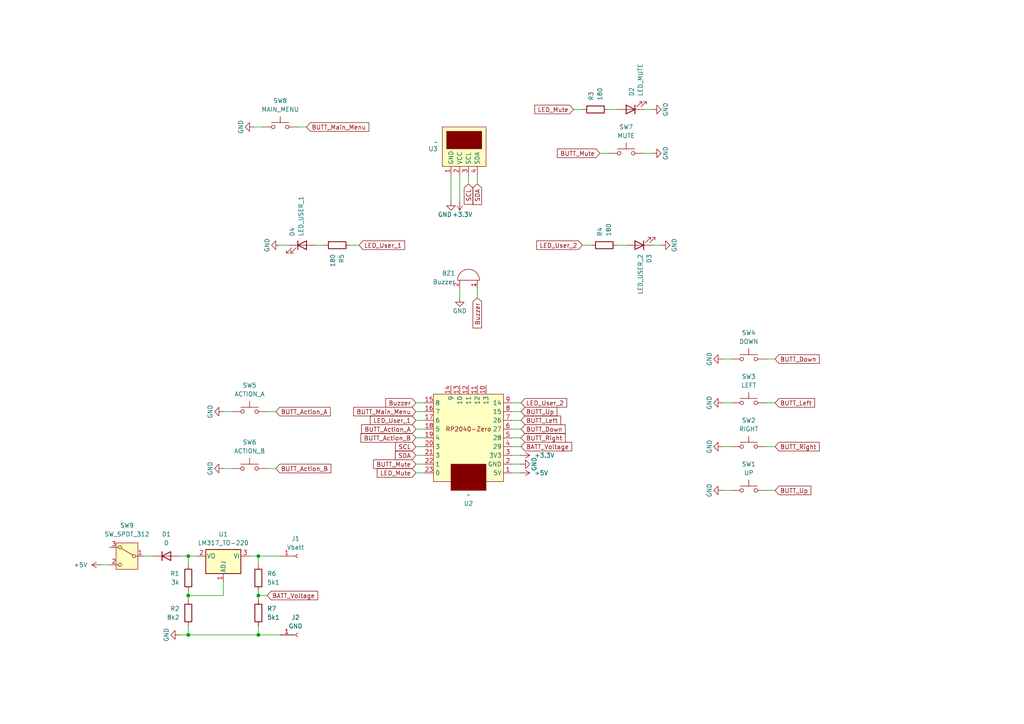
<source format=kicad_sch>
(kicad_sch
	(version 20231120)
	(generator "eeschema")
	(generator_version "8.0")
	(uuid "53add04e-abda-4269-a01e-01ccbbf39eec")
	(paper "A4")
	(title_block
		(title "TETRIS")
		(date "2025-03-30")
		(rev "2")
		(company "shklj")
	)
	(lib_symbols
		(symbol "Connector:Conn_01x01_Socket"
			(pin_names
				(offset 1.016) hide)
			(exclude_from_sim no)
			(in_bom yes)
			(on_board yes)
			(property "Reference" "J"
				(at 0 2.54 0)
				(effects
					(font
						(size 1.27 1.27)
					)
				)
			)
			(property "Value" "Conn_01x01_Socket"
				(at 0 -2.54 0)
				(effects
					(font
						(size 1.27 1.27)
					)
				)
			)
			(property "Footprint" ""
				(at 0 0 0)
				(effects
					(font
						(size 1.27 1.27)
					)
					(hide yes)
				)
			)
			(property "Datasheet" "~"
				(at 0 0 0)
				(effects
					(font
						(size 1.27 1.27)
					)
					(hide yes)
				)
			)
			(property "Description" "Generic connector, single row, 01x01, script generated"
				(at 0 0 0)
				(effects
					(font
						(size 1.27 1.27)
					)
					(hide yes)
				)
			)
			(property "ki_locked" ""
				(at 0 0 0)
				(effects
					(font
						(size 1.27 1.27)
					)
				)
			)
			(property "ki_keywords" "connector"
				(at 0 0 0)
				(effects
					(font
						(size 1.27 1.27)
					)
					(hide yes)
				)
			)
			(property "ki_fp_filters" "Connector*:*_1x??_*"
				(at 0 0 0)
				(effects
					(font
						(size 1.27 1.27)
					)
					(hide yes)
				)
			)
			(symbol "Conn_01x01_Socket_1_1"
				(polyline
					(pts
						(xy -1.27 0) (xy -0.508 0)
					)
					(stroke
						(width 0.1524)
						(type default)
					)
					(fill
						(type none)
					)
				)
				(arc
					(start 0 0.508)
					(mid -0.5058 0)
					(end 0 -0.508)
					(stroke
						(width 0.1524)
						(type default)
					)
					(fill
						(type none)
					)
				)
				(pin passive line
					(at -5.08 0 0)
					(length 3.81)
					(name "Pin_1"
						(effects
							(font
								(size 1.27 1.27)
							)
						)
					)
					(number "1"
						(effects
							(font
								(size 1.27 1.27)
							)
						)
					)
				)
			)
		)
		(symbol "Device:Buzzer"
			(pin_names
				(offset 0.0254) hide)
			(exclude_from_sim no)
			(in_bom yes)
			(on_board yes)
			(property "Reference" "BZ"
				(at 3.81 1.27 0)
				(effects
					(font
						(size 1.27 1.27)
					)
					(justify left)
				)
			)
			(property "Value" "Buzzer"
				(at 3.81 -1.27 0)
				(effects
					(font
						(size 1.27 1.27)
					)
					(justify left)
				)
			)
			(property "Footprint" ""
				(at -0.635 2.54 90)
				(effects
					(font
						(size 1.27 1.27)
					)
					(hide yes)
				)
			)
			(property "Datasheet" "~"
				(at -0.635 2.54 90)
				(effects
					(font
						(size 1.27 1.27)
					)
					(hide yes)
				)
			)
			(property "Description" "Buzzer, polarized"
				(at 0 0 0)
				(effects
					(font
						(size 1.27 1.27)
					)
					(hide yes)
				)
			)
			(property "ki_keywords" "quartz resonator ceramic"
				(at 0 0 0)
				(effects
					(font
						(size 1.27 1.27)
					)
					(hide yes)
				)
			)
			(property "ki_fp_filters" "*Buzzer*"
				(at 0 0 0)
				(effects
					(font
						(size 1.27 1.27)
					)
					(hide yes)
				)
			)
			(symbol "Buzzer_0_1"
				(arc
					(start 0 -3.175)
					(mid 3.1612 0)
					(end 0 3.175)
					(stroke
						(width 0)
						(type default)
					)
					(fill
						(type none)
					)
				)
				(polyline
					(pts
						(xy -1.651 1.905) (xy -1.143 1.905)
					)
					(stroke
						(width 0)
						(type default)
					)
					(fill
						(type none)
					)
				)
				(polyline
					(pts
						(xy -1.397 2.159) (xy -1.397 1.651)
					)
					(stroke
						(width 0)
						(type default)
					)
					(fill
						(type none)
					)
				)
				(polyline
					(pts
						(xy 0 3.175) (xy 0 -3.175)
					)
					(stroke
						(width 0)
						(type default)
					)
					(fill
						(type none)
					)
				)
			)
			(symbol "Buzzer_1_1"
				(pin passive line
					(at -2.54 2.54 0)
					(length 2.54)
					(name "+"
						(effects
							(font
								(size 1.27 1.27)
							)
						)
					)
					(number "1"
						(effects
							(font
								(size 1.27 1.27)
							)
						)
					)
				)
				(pin passive line
					(at -2.54 -2.54 0)
					(length 2.54)
					(name "-"
						(effects
							(font
								(size 1.27 1.27)
							)
						)
					)
					(number "2"
						(effects
							(font
								(size 1.27 1.27)
							)
						)
					)
				)
			)
		)
		(symbol "Device:D"
			(pin_numbers hide)
			(pin_names
				(offset 1.016) hide)
			(exclude_from_sim no)
			(in_bom yes)
			(on_board yes)
			(property "Reference" "D"
				(at 0 2.54 0)
				(effects
					(font
						(size 1.27 1.27)
					)
				)
			)
			(property "Value" "D"
				(at 0 -2.54 0)
				(effects
					(font
						(size 1.27 1.27)
					)
				)
			)
			(property "Footprint" ""
				(at 0 0 0)
				(effects
					(font
						(size 1.27 1.27)
					)
					(hide yes)
				)
			)
			(property "Datasheet" "~"
				(at 0 0 0)
				(effects
					(font
						(size 1.27 1.27)
					)
					(hide yes)
				)
			)
			(property "Description" "Diode"
				(at 0 0 0)
				(effects
					(font
						(size 1.27 1.27)
					)
					(hide yes)
				)
			)
			(property "Sim.Device" "D"
				(at 0 0 0)
				(effects
					(font
						(size 1.27 1.27)
					)
					(hide yes)
				)
			)
			(property "Sim.Pins" "1=K 2=A"
				(at 0 0 0)
				(effects
					(font
						(size 1.27 1.27)
					)
					(hide yes)
				)
			)
			(property "ki_keywords" "diode"
				(at 0 0 0)
				(effects
					(font
						(size 1.27 1.27)
					)
					(hide yes)
				)
			)
			(property "ki_fp_filters" "TO-???* *_Diode_* *SingleDiode* D_*"
				(at 0 0 0)
				(effects
					(font
						(size 1.27 1.27)
					)
					(hide yes)
				)
			)
			(symbol "D_0_1"
				(polyline
					(pts
						(xy -1.27 1.27) (xy -1.27 -1.27)
					)
					(stroke
						(width 0.254)
						(type default)
					)
					(fill
						(type none)
					)
				)
				(polyline
					(pts
						(xy 1.27 0) (xy -1.27 0)
					)
					(stroke
						(width 0)
						(type default)
					)
					(fill
						(type none)
					)
				)
				(polyline
					(pts
						(xy 1.27 1.27) (xy 1.27 -1.27) (xy -1.27 0) (xy 1.27 1.27)
					)
					(stroke
						(width 0.254)
						(type default)
					)
					(fill
						(type none)
					)
				)
			)
			(symbol "D_1_1"
				(pin passive line
					(at -3.81 0 0)
					(length 2.54)
					(name "K"
						(effects
							(font
								(size 1.27 1.27)
							)
						)
					)
					(number "1"
						(effects
							(font
								(size 1.27 1.27)
							)
						)
					)
				)
				(pin passive line
					(at 3.81 0 180)
					(length 2.54)
					(name "A"
						(effects
							(font
								(size 1.27 1.27)
							)
						)
					)
					(number "2"
						(effects
							(font
								(size 1.27 1.27)
							)
						)
					)
				)
			)
		)
		(symbol "Device:LED"
			(pin_numbers hide)
			(pin_names
				(offset 1.016) hide)
			(exclude_from_sim no)
			(in_bom yes)
			(on_board yes)
			(property "Reference" "D"
				(at 0 2.54 0)
				(effects
					(font
						(size 1.27 1.27)
					)
				)
			)
			(property "Value" "LED"
				(at 0 -2.54 0)
				(effects
					(font
						(size 1.27 1.27)
					)
				)
			)
			(property "Footprint" ""
				(at 0 0 0)
				(effects
					(font
						(size 1.27 1.27)
					)
					(hide yes)
				)
			)
			(property "Datasheet" "~"
				(at 0 0 0)
				(effects
					(font
						(size 1.27 1.27)
					)
					(hide yes)
				)
			)
			(property "Description" "Light emitting diode"
				(at 0 0 0)
				(effects
					(font
						(size 1.27 1.27)
					)
					(hide yes)
				)
			)
			(property "ki_keywords" "LED diode"
				(at 0 0 0)
				(effects
					(font
						(size 1.27 1.27)
					)
					(hide yes)
				)
			)
			(property "ki_fp_filters" "LED* LED_SMD:* LED_THT:*"
				(at 0 0 0)
				(effects
					(font
						(size 1.27 1.27)
					)
					(hide yes)
				)
			)
			(symbol "LED_0_1"
				(polyline
					(pts
						(xy -1.27 -1.27) (xy -1.27 1.27)
					)
					(stroke
						(width 0.254)
						(type default)
					)
					(fill
						(type none)
					)
				)
				(polyline
					(pts
						(xy -1.27 0) (xy 1.27 0)
					)
					(stroke
						(width 0)
						(type default)
					)
					(fill
						(type none)
					)
				)
				(polyline
					(pts
						(xy 1.27 -1.27) (xy 1.27 1.27) (xy -1.27 0) (xy 1.27 -1.27)
					)
					(stroke
						(width 0.254)
						(type default)
					)
					(fill
						(type none)
					)
				)
				(polyline
					(pts
						(xy -3.048 -0.762) (xy -4.572 -2.286) (xy -3.81 -2.286) (xy -4.572 -2.286) (xy -4.572 -1.524)
					)
					(stroke
						(width 0)
						(type default)
					)
					(fill
						(type none)
					)
				)
				(polyline
					(pts
						(xy -1.778 -0.762) (xy -3.302 -2.286) (xy -2.54 -2.286) (xy -3.302 -2.286) (xy -3.302 -1.524)
					)
					(stroke
						(width 0)
						(type default)
					)
					(fill
						(type none)
					)
				)
			)
			(symbol "LED_1_1"
				(pin passive line
					(at -3.81 0 0)
					(length 2.54)
					(name "K"
						(effects
							(font
								(size 1.27 1.27)
							)
						)
					)
					(number "1"
						(effects
							(font
								(size 1.27 1.27)
							)
						)
					)
				)
				(pin passive line
					(at 3.81 0 180)
					(length 2.54)
					(name "A"
						(effects
							(font
								(size 1.27 1.27)
							)
						)
					)
					(number "2"
						(effects
							(font
								(size 1.27 1.27)
							)
						)
					)
				)
			)
		)
		(symbol "Device:R"
			(pin_numbers hide)
			(pin_names
				(offset 0)
			)
			(exclude_from_sim no)
			(in_bom yes)
			(on_board yes)
			(property "Reference" "R"
				(at 2.032 0 90)
				(effects
					(font
						(size 1.27 1.27)
					)
				)
			)
			(property "Value" "R"
				(at 0 0 90)
				(effects
					(font
						(size 1.27 1.27)
					)
				)
			)
			(property "Footprint" ""
				(at -1.778 0 90)
				(effects
					(font
						(size 1.27 1.27)
					)
					(hide yes)
				)
			)
			(property "Datasheet" "~"
				(at 0 0 0)
				(effects
					(font
						(size 1.27 1.27)
					)
					(hide yes)
				)
			)
			(property "Description" "Resistor"
				(at 0 0 0)
				(effects
					(font
						(size 1.27 1.27)
					)
					(hide yes)
				)
			)
			(property "ki_keywords" "R res resistor"
				(at 0 0 0)
				(effects
					(font
						(size 1.27 1.27)
					)
					(hide yes)
				)
			)
			(property "ki_fp_filters" "R_*"
				(at 0 0 0)
				(effects
					(font
						(size 1.27 1.27)
					)
					(hide yes)
				)
			)
			(symbol "R_0_1"
				(rectangle
					(start -1.016 -2.54)
					(end 1.016 2.54)
					(stroke
						(width 0.254)
						(type default)
					)
					(fill
						(type none)
					)
				)
			)
			(symbol "R_1_1"
				(pin passive line
					(at 0 3.81 270)
					(length 1.27)
					(name "~"
						(effects
							(font
								(size 1.27 1.27)
							)
						)
					)
					(number "1"
						(effects
							(font
								(size 1.27 1.27)
							)
						)
					)
				)
				(pin passive line
					(at 0 -3.81 90)
					(length 1.27)
					(name "~"
						(effects
							(font
								(size 1.27 1.27)
							)
						)
					)
					(number "2"
						(effects
							(font
								(size 1.27 1.27)
							)
						)
					)
				)
			)
		)
		(symbol "My_Library:RP2040-Zero"
			(exclude_from_sim no)
			(in_bom yes)
			(on_board yes)
			(property "Reference" "U"
				(at 0 22.86 0)
				(effects
					(font
						(size 1.27 1.27)
					)
				)
			)
			(property "Value" ""
				(at 3.81 -6.35 0)
				(effects
					(font
						(size 1.27 1.27)
					)
				)
			)
			(property "Footprint" ""
				(at 3.81 -6.35 0)
				(effects
					(font
						(size 1.27 1.27)
					)
					(hide yes)
				)
			)
			(property "Datasheet" ""
				(at 3.81 -6.35 0)
				(effects
					(font
						(size 1.27 1.27)
					)
					(hide yes)
				)
			)
			(property "Description" ""
				(at 3.81 -6.35 0)
				(effects
					(font
						(size 1.27 1.27)
					)
					(hide yes)
				)
			)
			(symbol "RP2040-Zero_1_1"
				(rectangle
					(start -10.16 15.24)
					(end 10.16 -10.16)
					(stroke
						(width 0)
						(type default)
					)
					(fill
						(type background)
					)
				)
				(rectangle
					(start -5.08 17.78)
					(end 5.08 10.16)
					(stroke
						(width 0)
						(type default)
					)
					(fill
						(type outline)
					)
				)
				(text "RP2040-Zero"
					(at 0 0 0)
					(effects
						(font
							(size 1.27 1.27)
						)
					)
				)
				(pin input line
					(at -12.7 12.7 0)
					(length 2.54)
					(name "5V"
						(effects
							(font
								(size 1.27 1.27)
							)
						)
					)
					(number "1"
						(effects
							(font
								(size 1.27 1.27)
							)
						)
					)
				)
				(pin input line
					(at -5.08 -12.7 90)
					(length 2.54)
					(name "13"
						(effects
							(font
								(size 1.27 1.27)
							)
						)
					)
					(number "10"
						(effects
							(font
								(size 1.27 1.27)
							)
						)
					)
				)
				(pin input line
					(at -2.54 -12.7 90)
					(length 2.54)
					(name "12"
						(effects
							(font
								(size 1.27 1.27)
							)
						)
					)
					(number "11"
						(effects
							(font
								(size 1.27 1.27)
							)
						)
					)
				)
				(pin input line
					(at 0 -12.7 90)
					(length 2.54)
					(name "11"
						(effects
							(font
								(size 1.27 1.27)
							)
						)
					)
					(number "12"
						(effects
							(font
								(size 1.27 1.27)
							)
						)
					)
				)
				(pin input line
					(at 2.54 -12.7 90)
					(length 2.54)
					(name "10"
						(effects
							(font
								(size 1.27 1.27)
							)
						)
					)
					(number "13"
						(effects
							(font
								(size 1.27 1.27)
							)
						)
					)
				)
				(pin input line
					(at 5.08 -12.7 90)
					(length 2.54)
					(name "9"
						(effects
							(font
								(size 1.27 1.27)
							)
						)
					)
					(number "14"
						(effects
							(font
								(size 1.27 1.27)
							)
						)
					)
				)
				(pin input line
					(at 12.7 -7.62 180)
					(length 2.54)
					(name "8"
						(effects
							(font
								(size 1.27 1.27)
							)
						)
					)
					(number "15"
						(effects
							(font
								(size 1.27 1.27)
							)
						)
					)
				)
				(pin input line
					(at 12.7 -5.08 180)
					(length 2.54)
					(name "7"
						(effects
							(font
								(size 1.27 1.27)
							)
						)
					)
					(number "16"
						(effects
							(font
								(size 1.27 1.27)
							)
						)
					)
				)
				(pin input line
					(at 12.7 -2.54 180)
					(length 2.54)
					(name "6"
						(effects
							(font
								(size 1.27 1.27)
							)
						)
					)
					(number "17"
						(effects
							(font
								(size 1.27 1.27)
							)
						)
					)
				)
				(pin input line
					(at 12.7 0 180)
					(length 2.54)
					(name "5"
						(effects
							(font
								(size 1.27 1.27)
							)
						)
					)
					(number "18"
						(effects
							(font
								(size 1.27 1.27)
							)
						)
					)
				)
				(pin input line
					(at 12.7 2.54 180)
					(length 2.54)
					(name "4"
						(effects
							(font
								(size 1.27 1.27)
							)
						)
					)
					(number "19"
						(effects
							(font
								(size 1.27 1.27)
							)
						)
					)
				)
				(pin input line
					(at -12.7 10.16 0)
					(length 2.54)
					(name "GND"
						(effects
							(font
								(size 1.27 1.27)
							)
						)
					)
					(number "2"
						(effects
							(font
								(size 1.27 1.27)
							)
						)
					)
				)
				(pin input line
					(at 12.7 5.08 180)
					(length 2.54)
					(name "3"
						(effects
							(font
								(size 1.27 1.27)
							)
						)
					)
					(number "20"
						(effects
							(font
								(size 1.27 1.27)
							)
						)
					)
				)
				(pin input line
					(at 12.7 7.62 180)
					(length 2.54)
					(name "3"
						(effects
							(font
								(size 1.27 1.27)
							)
						)
					)
					(number "21"
						(effects
							(font
								(size 1.27 1.27)
							)
						)
					)
				)
				(pin input line
					(at 12.7 10.16 180)
					(length 2.54)
					(name "1"
						(effects
							(font
								(size 1.27 1.27)
							)
						)
					)
					(number "22"
						(effects
							(font
								(size 1.27 1.27)
							)
						)
					)
				)
				(pin input line
					(at 12.7 12.7 180)
					(length 2.54)
					(name "0"
						(effects
							(font
								(size 1.27 1.27)
							)
						)
					)
					(number "23"
						(effects
							(font
								(size 1.27 1.27)
							)
						)
					)
				)
				(pin input line
					(at -12.7 7.62 0)
					(length 2.54)
					(name "3V3"
						(effects
							(font
								(size 1.27 1.27)
							)
						)
					)
					(number "3"
						(effects
							(font
								(size 1.27 1.27)
							)
						)
					)
				)
				(pin input line
					(at -12.7 5.08 0)
					(length 2.54)
					(name "29"
						(effects
							(font
								(size 1.27 1.27)
							)
						)
					)
					(number "4"
						(effects
							(font
								(size 1.27 1.27)
							)
						)
					)
				)
				(pin input line
					(at -12.7 2.54 0)
					(length 2.54)
					(name "28"
						(effects
							(font
								(size 1.27 1.27)
							)
						)
					)
					(number "5"
						(effects
							(font
								(size 1.27 1.27)
							)
						)
					)
				)
				(pin input line
					(at -12.7 0 0)
					(length 2.54)
					(name "27"
						(effects
							(font
								(size 1.27 1.27)
							)
						)
					)
					(number "6"
						(effects
							(font
								(size 1.27 1.27)
							)
						)
					)
				)
				(pin input line
					(at -12.7 -2.54 0)
					(length 2.54)
					(name "26"
						(effects
							(font
								(size 1.27 1.27)
							)
						)
					)
					(number "7"
						(effects
							(font
								(size 1.27 1.27)
							)
						)
					)
				)
				(pin input line
					(at -12.7 -5.08 0)
					(length 2.54)
					(name "15"
						(effects
							(font
								(size 1.27 1.27)
							)
						)
					)
					(number "8"
						(effects
							(font
								(size 1.27 1.27)
							)
						)
					)
				)
				(pin input line
					(at -12.7 -7.62 0)
					(length 2.54)
					(name "14"
						(effects
							(font
								(size 1.27 1.27)
							)
						)
					)
					(number "9"
						(effects
							(font
								(size 1.27 1.27)
							)
						)
					)
				)
			)
		)
		(symbol "My_Library:SSD1306_I2C"
			(exclude_from_sim no)
			(in_bom yes)
			(on_board yes)
			(property "Reference" "D"
				(at 0 8.89 0)
				(effects
					(font
						(size 1.27 1.27)
					)
				)
			)
			(property "Value" ""
				(at 0 0 0)
				(effects
					(font
						(size 1.27 1.27)
					)
				)
			)
			(property "Footprint" ""
				(at 0 0 0)
				(effects
					(font
						(size 1.27 1.27)
					)
					(hide yes)
				)
			)
			(property "Datasheet" ""
				(at 0 0 0)
				(effects
					(font
						(size 1.27 1.27)
					)
					(hide yes)
				)
			)
			(property "Description" ""
				(at 0 0 0)
				(effects
					(font
						(size 1.27 1.27)
					)
					(hide yes)
				)
			)
			(symbol "SSD1306_I2C_1_1"
				(rectangle
					(start -6.35 2.54)
					(end 6.35 -8.89)
					(stroke
						(width 0)
						(type default)
					)
					(fill
						(type background)
					)
				)
				(rectangle
					(start -5.08 -2.54)
					(end 5.08 -7.62)
					(stroke
						(width 0)
						(type default)
					)
					(fill
						(type outline)
					)
				)
				(pin input line
					(at 3.81 5.08 270)
					(length 2.54)
					(name "GND"
						(effects
							(font
								(size 1.27 1.27)
							)
						)
					)
					(number "1"
						(effects
							(font
								(size 1.27 1.27)
							)
						)
					)
				)
				(pin input line
					(at 1.27 5.08 270)
					(length 2.54)
					(name "VCC"
						(effects
							(font
								(size 1.27 1.27)
							)
						)
					)
					(number "2"
						(effects
							(font
								(size 1.27 1.27)
							)
						)
					)
				)
				(pin input line
					(at -1.27 5.08 270)
					(length 2.54)
					(name "SCL"
						(effects
							(font
								(size 1.27 1.27)
							)
						)
					)
					(number "3"
						(effects
							(font
								(size 1.27 1.27)
							)
						)
					)
				)
				(pin input line
					(at -3.81 5.08 270)
					(length 2.54)
					(name "SDA"
						(effects
							(font
								(size 1.27 1.27)
							)
						)
					)
					(number "4"
						(effects
							(font
								(size 1.27 1.27)
							)
						)
					)
				)
			)
		)
		(symbol "Regulator_Linear:LM317_TO-220"
			(pin_names
				(offset 0.254)
			)
			(exclude_from_sim no)
			(in_bom yes)
			(on_board yes)
			(property "Reference" "U"
				(at -3.81 3.175 0)
				(effects
					(font
						(size 1.27 1.27)
					)
				)
			)
			(property "Value" "LM317_TO-220"
				(at 0 3.175 0)
				(effects
					(font
						(size 1.27 1.27)
					)
					(justify left)
				)
			)
			(property "Footprint" "Package_TO_SOT_THT:TO-220-3_Vertical"
				(at 0 6.35 0)
				(effects
					(font
						(size 1.27 1.27)
						(italic yes)
					)
					(hide yes)
				)
			)
			(property "Datasheet" "http://www.ti.com/lit/ds/symlink/lm317.pdf"
				(at 0 0 0)
				(effects
					(font
						(size 1.27 1.27)
					)
					(hide yes)
				)
			)
			(property "Description" "1.5A 35V Adjustable Linear Regulator, TO-220"
				(at 0 0 0)
				(effects
					(font
						(size 1.27 1.27)
					)
					(hide yes)
				)
			)
			(property "ki_keywords" "Adjustable Voltage Regulator 1A Positive"
				(at 0 0 0)
				(effects
					(font
						(size 1.27 1.27)
					)
					(hide yes)
				)
			)
			(property "ki_fp_filters" "TO?220*"
				(at 0 0 0)
				(effects
					(font
						(size 1.27 1.27)
					)
					(hide yes)
				)
			)
			(symbol "LM317_TO-220_0_1"
				(rectangle
					(start -5.08 1.905)
					(end 5.08 -5.08)
					(stroke
						(width 0.254)
						(type default)
					)
					(fill
						(type background)
					)
				)
			)
			(symbol "LM317_TO-220_1_1"
				(pin input line
					(at 0 -7.62 90)
					(length 2.54)
					(name "ADJ"
						(effects
							(font
								(size 1.27 1.27)
							)
						)
					)
					(number "1"
						(effects
							(font
								(size 1.27 1.27)
							)
						)
					)
				)
				(pin power_out line
					(at 7.62 0 180)
					(length 2.54)
					(name "VO"
						(effects
							(font
								(size 1.27 1.27)
							)
						)
					)
					(number "2"
						(effects
							(font
								(size 1.27 1.27)
							)
						)
					)
				)
				(pin power_in line
					(at -7.62 0 0)
					(length 2.54)
					(name "VI"
						(effects
							(font
								(size 1.27 1.27)
							)
						)
					)
					(number "3"
						(effects
							(font
								(size 1.27 1.27)
							)
						)
					)
				)
			)
		)
		(symbol "Switch:SW_Push"
			(pin_numbers hide)
			(pin_names
				(offset 1.016) hide)
			(exclude_from_sim no)
			(in_bom yes)
			(on_board yes)
			(property "Reference" "SW"
				(at 1.27 2.54 0)
				(effects
					(font
						(size 1.27 1.27)
					)
					(justify left)
				)
			)
			(property "Value" "SW_Push"
				(at 0 -1.524 0)
				(effects
					(font
						(size 1.27 1.27)
					)
				)
			)
			(property "Footprint" ""
				(at 0 5.08 0)
				(effects
					(font
						(size 1.27 1.27)
					)
					(hide yes)
				)
			)
			(property "Datasheet" "~"
				(at 0 5.08 0)
				(effects
					(font
						(size 1.27 1.27)
					)
					(hide yes)
				)
			)
			(property "Description" "Push button switch, generic, two pins"
				(at 0 0 0)
				(effects
					(font
						(size 1.27 1.27)
					)
					(hide yes)
				)
			)
			(property "ki_keywords" "switch normally-open pushbutton push-button"
				(at 0 0 0)
				(effects
					(font
						(size 1.27 1.27)
					)
					(hide yes)
				)
			)
			(symbol "SW_Push_0_1"
				(circle
					(center -2.032 0)
					(radius 0.508)
					(stroke
						(width 0)
						(type default)
					)
					(fill
						(type none)
					)
				)
				(polyline
					(pts
						(xy 0 1.27) (xy 0 3.048)
					)
					(stroke
						(width 0)
						(type default)
					)
					(fill
						(type none)
					)
				)
				(polyline
					(pts
						(xy 2.54 1.27) (xy -2.54 1.27)
					)
					(stroke
						(width 0)
						(type default)
					)
					(fill
						(type none)
					)
				)
				(circle
					(center 2.032 0)
					(radius 0.508)
					(stroke
						(width 0)
						(type default)
					)
					(fill
						(type none)
					)
				)
				(pin passive line
					(at -5.08 0 0)
					(length 2.54)
					(name "1"
						(effects
							(font
								(size 1.27 1.27)
							)
						)
					)
					(number "1"
						(effects
							(font
								(size 1.27 1.27)
							)
						)
					)
				)
				(pin passive line
					(at 5.08 0 180)
					(length 2.54)
					(name "2"
						(effects
							(font
								(size 1.27 1.27)
							)
						)
					)
					(number "2"
						(effects
							(font
								(size 1.27 1.27)
							)
						)
					)
				)
			)
		)
		(symbol "Switch:SW_SPDT_312"
			(pin_names
				(offset 1) hide)
			(exclude_from_sim no)
			(in_bom yes)
			(on_board yes)
			(property "Reference" "SW"
				(at 0 5.08 0)
				(effects
					(font
						(size 1.27 1.27)
					)
				)
			)
			(property "Value" "SW_SPDT_312"
				(at 0 -5.08 0)
				(effects
					(font
						(size 1.27 1.27)
					)
				)
			)
			(property "Footprint" ""
				(at 0 -10.16 0)
				(effects
					(font
						(size 1.27 1.27)
					)
					(hide yes)
				)
			)
			(property "Datasheet" "~"
				(at 0 -7.62 0)
				(effects
					(font
						(size 1.27 1.27)
					)
					(hide yes)
				)
			)
			(property "Description" "Switch, single pole double throw"
				(at 0 0 0)
				(effects
					(font
						(size 1.27 1.27)
					)
					(hide yes)
				)
			)
			(property "ki_keywords" "changeover single-pole double-throw spdt ON-ON"
				(at 0 0 0)
				(effects
					(font
						(size 1.27 1.27)
					)
					(hide yes)
				)
			)
			(symbol "SW_SPDT_312_0_1"
				(circle
					(center -2.032 0)
					(radius 0.4572)
					(stroke
						(width 0)
						(type default)
					)
					(fill
						(type none)
					)
				)
				(polyline
					(pts
						(xy -1.651 0.254) (xy 1.651 2.286)
					)
					(stroke
						(width 0)
						(type default)
					)
					(fill
						(type none)
					)
				)
				(circle
					(center 2.032 -2.54)
					(radius 0.4572)
					(stroke
						(width 0)
						(type default)
					)
					(fill
						(type none)
					)
				)
				(circle
					(center 2.032 2.54)
					(radius 0.4572)
					(stroke
						(width 0)
						(type default)
					)
					(fill
						(type none)
					)
				)
			)
			(symbol "SW_SPDT_312_1_1"
				(rectangle
					(start -3.175 3.81)
					(end 3.175 -3.81)
					(stroke
						(width 0)
						(type default)
					)
					(fill
						(type background)
					)
				)
				(pin passive line
					(at -5.08 0 0)
					(length 2.54)
					(name "B"
						(effects
							(font
								(size 1.27 1.27)
							)
						)
					)
					(number "1"
						(effects
							(font
								(size 1.27 1.27)
							)
						)
					)
				)
				(pin passive line
					(at 5.08 -2.54 180)
					(length 2.54)
					(name "C"
						(effects
							(font
								(size 1.27 1.27)
							)
						)
					)
					(number "2"
						(effects
							(font
								(size 1.27 1.27)
							)
						)
					)
				)
				(pin passive line
					(at 5.08 2.54 180)
					(length 2.54)
					(name "A"
						(effects
							(font
								(size 1.27 1.27)
							)
						)
					)
					(number "3"
						(effects
							(font
								(size 1.27 1.27)
							)
						)
					)
				)
			)
		)
		(symbol "power:+3.3V"
			(power)
			(pin_numbers hide)
			(pin_names
				(offset 0) hide)
			(exclude_from_sim no)
			(in_bom yes)
			(on_board yes)
			(property "Reference" "#PWR"
				(at 0 -3.81 0)
				(effects
					(font
						(size 1.27 1.27)
					)
					(hide yes)
				)
			)
			(property "Value" "+3.3V"
				(at 0 3.556 0)
				(effects
					(font
						(size 1.27 1.27)
					)
				)
			)
			(property "Footprint" ""
				(at 0 0 0)
				(effects
					(font
						(size 1.27 1.27)
					)
					(hide yes)
				)
			)
			(property "Datasheet" ""
				(at 0 0 0)
				(effects
					(font
						(size 1.27 1.27)
					)
					(hide yes)
				)
			)
			(property "Description" "Power symbol creates a global label with name \"+3.3V\""
				(at 0 0 0)
				(effects
					(font
						(size 1.27 1.27)
					)
					(hide yes)
				)
			)
			(property "ki_keywords" "global power"
				(at 0 0 0)
				(effects
					(font
						(size 1.27 1.27)
					)
					(hide yes)
				)
			)
			(symbol "+3.3V_0_1"
				(polyline
					(pts
						(xy -0.762 1.27) (xy 0 2.54)
					)
					(stroke
						(width 0)
						(type default)
					)
					(fill
						(type none)
					)
				)
				(polyline
					(pts
						(xy 0 0) (xy 0 2.54)
					)
					(stroke
						(width 0)
						(type default)
					)
					(fill
						(type none)
					)
				)
				(polyline
					(pts
						(xy 0 2.54) (xy 0.762 1.27)
					)
					(stroke
						(width 0)
						(type default)
					)
					(fill
						(type none)
					)
				)
			)
			(symbol "+3.3V_1_1"
				(pin power_in line
					(at 0 0 90)
					(length 0)
					(name "~"
						(effects
							(font
								(size 1.27 1.27)
							)
						)
					)
					(number "1"
						(effects
							(font
								(size 1.27 1.27)
							)
						)
					)
				)
			)
		)
		(symbol "power:+5V"
			(power)
			(pin_numbers hide)
			(pin_names
				(offset 0) hide)
			(exclude_from_sim no)
			(in_bom yes)
			(on_board yes)
			(property "Reference" "#PWR"
				(at 0 -3.81 0)
				(effects
					(font
						(size 1.27 1.27)
					)
					(hide yes)
				)
			)
			(property "Value" "+5V"
				(at 0 3.556 0)
				(effects
					(font
						(size 1.27 1.27)
					)
				)
			)
			(property "Footprint" ""
				(at 0 0 0)
				(effects
					(font
						(size 1.27 1.27)
					)
					(hide yes)
				)
			)
			(property "Datasheet" ""
				(at 0 0 0)
				(effects
					(font
						(size 1.27 1.27)
					)
					(hide yes)
				)
			)
			(property "Description" "Power symbol creates a global label with name \"+5V\""
				(at 0 0 0)
				(effects
					(font
						(size 1.27 1.27)
					)
					(hide yes)
				)
			)
			(property "ki_keywords" "global power"
				(at 0 0 0)
				(effects
					(font
						(size 1.27 1.27)
					)
					(hide yes)
				)
			)
			(symbol "+5V_0_1"
				(polyline
					(pts
						(xy -0.762 1.27) (xy 0 2.54)
					)
					(stroke
						(width 0)
						(type default)
					)
					(fill
						(type none)
					)
				)
				(polyline
					(pts
						(xy 0 0) (xy 0 2.54)
					)
					(stroke
						(width 0)
						(type default)
					)
					(fill
						(type none)
					)
				)
				(polyline
					(pts
						(xy 0 2.54) (xy 0.762 1.27)
					)
					(stroke
						(width 0)
						(type default)
					)
					(fill
						(type none)
					)
				)
			)
			(symbol "+5V_1_1"
				(pin power_in line
					(at 0 0 90)
					(length 0)
					(name "~"
						(effects
							(font
								(size 1.27 1.27)
							)
						)
					)
					(number "1"
						(effects
							(font
								(size 1.27 1.27)
							)
						)
					)
				)
			)
		)
		(symbol "power:GND"
			(power)
			(pin_numbers hide)
			(pin_names
				(offset 0) hide)
			(exclude_from_sim no)
			(in_bom yes)
			(on_board yes)
			(property "Reference" "#PWR"
				(at 0 -6.35 0)
				(effects
					(font
						(size 1.27 1.27)
					)
					(hide yes)
				)
			)
			(property "Value" "GND"
				(at 0 -3.81 0)
				(effects
					(font
						(size 1.27 1.27)
					)
				)
			)
			(property "Footprint" ""
				(at 0 0 0)
				(effects
					(font
						(size 1.27 1.27)
					)
					(hide yes)
				)
			)
			(property "Datasheet" ""
				(at 0 0 0)
				(effects
					(font
						(size 1.27 1.27)
					)
					(hide yes)
				)
			)
			(property "Description" "Power symbol creates a global label with name \"GND\" , ground"
				(at 0 0 0)
				(effects
					(font
						(size 1.27 1.27)
					)
					(hide yes)
				)
			)
			(property "ki_keywords" "global power"
				(at 0 0 0)
				(effects
					(font
						(size 1.27 1.27)
					)
					(hide yes)
				)
			)
			(symbol "GND_0_1"
				(polyline
					(pts
						(xy 0 0) (xy 0 -1.27) (xy 1.27 -1.27) (xy 0 -2.54) (xy -1.27 -1.27) (xy 0 -1.27)
					)
					(stroke
						(width 0)
						(type default)
					)
					(fill
						(type none)
					)
				)
			)
			(symbol "GND_1_1"
				(pin power_in line
					(at 0 0 270)
					(length 0)
					(name "~"
						(effects
							(font
								(size 1.27 1.27)
							)
						)
					)
					(number "1"
						(effects
							(font
								(size 1.27 1.27)
							)
						)
					)
				)
			)
		)
	)
	(junction
		(at 74.93 184.15)
		(diameter 0)
		(color 0 0 0 0)
		(uuid "051709ac-8ac5-4326-8d75-bf33a791563f")
	)
	(junction
		(at 74.93 161.29)
		(diameter 0)
		(color 0 0 0 0)
		(uuid "2e04663a-c5b1-4c74-b185-1d6114aed4bc")
	)
	(junction
		(at 54.61 172.72)
		(diameter 0)
		(color 0 0 0 0)
		(uuid "379e710d-f5d7-469a-bba2-a3bcc083d603")
	)
	(junction
		(at 74.93 172.72)
		(diameter 0)
		(color 0 0 0 0)
		(uuid "4b248d38-8e78-4d8c-a745-3e22908061f5")
	)
	(junction
		(at 54.61 184.15)
		(diameter 0)
		(color 0 0 0 0)
		(uuid "83cdfc43-ab3a-46cf-9d35-d705108e4b6c")
	)
	(junction
		(at 54.61 161.29)
		(diameter 0)
		(color 0 0 0 0)
		(uuid "99faa747-6383-4a75-be1b-4ae84f9a48a9")
	)
	(wire
		(pts
			(xy 81.28 71.12) (xy 83.82 71.12)
		)
		(stroke
			(width 0)
			(type default)
		)
		(uuid "018e2a72-b014-4839-b433-69e207903c03")
	)
	(wire
		(pts
			(xy 138.43 53.34) (xy 138.43 50.8)
		)
		(stroke
			(width 0)
			(type default)
		)
		(uuid "036c6f68-343e-47de-9482-bda19eac8904")
	)
	(wire
		(pts
			(xy 54.61 181.61) (xy 54.61 184.15)
		)
		(stroke
			(width 0)
			(type default)
		)
		(uuid "066a054d-4b72-4908-a4a5-f4ecd8ecce0b")
	)
	(wire
		(pts
			(xy 212.09 129.54) (xy 209.55 129.54)
		)
		(stroke
			(width 0)
			(type default)
		)
		(uuid "0b0b8042-b564-4b47-8b58-1abdce51d083")
	)
	(wire
		(pts
			(xy 133.35 50.8) (xy 133.35 58.42)
		)
		(stroke
			(width 0)
			(type default)
		)
		(uuid "1822da2f-4840-4635-9580-264e1b9f5a01")
	)
	(wire
		(pts
			(xy 54.61 184.15) (xy 52.07 184.15)
		)
		(stroke
			(width 0)
			(type default)
		)
		(uuid "185b4be9-b479-4c51-af7f-7e58f824b2d3")
	)
	(wire
		(pts
			(xy 74.93 163.83) (xy 74.93 161.29)
		)
		(stroke
			(width 0)
			(type default)
		)
		(uuid "19846208-a2e2-4aae-a44a-df633f882fc7")
	)
	(wire
		(pts
			(xy 74.93 172.72) (xy 74.93 173.99)
		)
		(stroke
			(width 0)
			(type default)
		)
		(uuid "21949e64-d361-491e-96ba-8d0ebcb513ab")
	)
	(wire
		(pts
			(xy 173.99 44.45) (xy 176.53 44.45)
		)
		(stroke
			(width 0)
			(type default)
		)
		(uuid "22717e18-3f1c-49da-b8aa-0068160758e1")
	)
	(wire
		(pts
			(xy 77.47 172.72) (xy 74.93 172.72)
		)
		(stroke
			(width 0)
			(type default)
		)
		(uuid "282905b3-b232-43fc-946c-fc2db4a26844")
	)
	(wire
		(pts
			(xy 166.37 31.75) (xy 168.91 31.75)
		)
		(stroke
			(width 0)
			(type default)
		)
		(uuid "2e35ffe8-931b-46b2-9c15-1a16db29836c")
	)
	(wire
		(pts
			(xy 209.55 104.14) (xy 212.09 104.14)
		)
		(stroke
			(width 0)
			(type default)
		)
		(uuid "3770fed2-2d41-43f0-9e20-eca422c45a45")
	)
	(wire
		(pts
			(xy 123.19 116.84) (xy 120.65 116.84)
		)
		(stroke
			(width 0)
			(type default)
		)
		(uuid "39ab73b3-d622-4f6a-9ec2-cc1eeacd355c")
	)
	(wire
		(pts
			(xy 151.13 134.62) (xy 148.59 134.62)
		)
		(stroke
			(width 0)
			(type default)
		)
		(uuid "3b386376-5086-49d4-a4d8-9b5d92fcbb34")
	)
	(wire
		(pts
			(xy 74.93 171.45) (xy 74.93 172.72)
		)
		(stroke
			(width 0)
			(type default)
		)
		(uuid "418305d9-a7dd-4733-8559-3620d450c2c2")
	)
	(wire
		(pts
			(xy 81.28 184.15) (xy 74.93 184.15)
		)
		(stroke
			(width 0)
			(type default)
		)
		(uuid "47bd30e3-46c6-4cc2-8e46-b337a1804f70")
	)
	(wire
		(pts
			(xy 148.59 119.38) (xy 151.13 119.38)
		)
		(stroke
			(width 0)
			(type default)
		)
		(uuid "4dbf0c13-6be2-4396-add7-dac32a295e3f")
	)
	(wire
		(pts
			(xy 88.9 36.83) (xy 86.36 36.83)
		)
		(stroke
			(width 0)
			(type default)
		)
		(uuid "4e09a527-3aa0-4352-927c-5d25532f6adf")
	)
	(wire
		(pts
			(xy 64.77 172.72) (xy 54.61 172.72)
		)
		(stroke
			(width 0)
			(type default)
		)
		(uuid "4e6ceb60-efd4-4e93-b238-ed3bf1098353")
	)
	(wire
		(pts
			(xy 41.91 161.29) (xy 44.45 161.29)
		)
		(stroke
			(width 0)
			(type default)
		)
		(uuid "4fde7f63-0250-49a1-9328-80a499e9f280")
	)
	(wire
		(pts
			(xy 123.19 124.46) (xy 120.65 124.46)
		)
		(stroke
			(width 0)
			(type default)
		)
		(uuid "519b4f8e-f1fe-46ef-b5de-3a58f0c94f10")
	)
	(wire
		(pts
			(xy 74.93 184.15) (xy 54.61 184.15)
		)
		(stroke
			(width 0)
			(type default)
		)
		(uuid "51c191fe-a988-46cb-be6e-76d6dd70d815")
	)
	(wire
		(pts
			(xy 151.13 116.84) (xy 148.59 116.84)
		)
		(stroke
			(width 0)
			(type default)
		)
		(uuid "5350a136-7c3d-4e96-9cd4-420005d0a08b")
	)
	(wire
		(pts
			(xy 138.43 83.82) (xy 138.43 86.36)
		)
		(stroke
			(width 0)
			(type default)
		)
		(uuid "53d802ce-7ff8-4d4f-ae8a-73d76860d7bf")
	)
	(wire
		(pts
			(xy 224.79 129.54) (xy 222.25 129.54)
		)
		(stroke
			(width 0)
			(type default)
		)
		(uuid "618a1025-7b04-4665-bf3f-202b5da9f9d3")
	)
	(wire
		(pts
			(xy 81.28 161.29) (xy 74.93 161.29)
		)
		(stroke
			(width 0)
			(type default)
		)
		(uuid "6c8f5ab9-d820-4699-aafb-192edb42939e")
	)
	(wire
		(pts
			(xy 54.61 163.83) (xy 54.61 161.29)
		)
		(stroke
			(width 0)
			(type default)
		)
		(uuid "7182f9d1-bbaf-4357-bae1-1a0263c84c93")
	)
	(wire
		(pts
			(xy 54.61 173.99) (xy 54.61 172.72)
		)
		(stroke
			(width 0)
			(type default)
		)
		(uuid "796e73d1-c895-410f-ad2a-c326b84f3f6d")
	)
	(wire
		(pts
			(xy 123.19 129.54) (xy 120.65 129.54)
		)
		(stroke
			(width 0)
			(type default)
		)
		(uuid "7e26f867-410a-4124-acc2-eb08649bf0a8")
	)
	(wire
		(pts
			(xy 186.69 31.75) (xy 189.23 31.75)
		)
		(stroke
			(width 0)
			(type default)
		)
		(uuid "8134783c-6f50-4085-9d2e-b8aa6c57d162")
	)
	(wire
		(pts
			(xy 54.61 161.29) (xy 52.07 161.29)
		)
		(stroke
			(width 0)
			(type default)
		)
		(uuid "851693ce-7c2f-45fd-b493-19526b1d6e3b")
	)
	(wire
		(pts
			(xy 179.07 71.12) (xy 181.61 71.12)
		)
		(stroke
			(width 0)
			(type default)
		)
		(uuid "89424ad9-fa74-4174-ae21-3da583091c29")
	)
	(wire
		(pts
			(xy 54.61 172.72) (xy 54.61 171.45)
		)
		(stroke
			(width 0)
			(type default)
		)
		(uuid "9209ccf3-70bd-4044-877c-90a14d29b6ff")
	)
	(wire
		(pts
			(xy 191.77 71.12) (xy 189.23 71.12)
		)
		(stroke
			(width 0)
			(type default)
		)
		(uuid "9354a551-f5f3-442b-98a2-ffbe3953b98d")
	)
	(wire
		(pts
			(xy 80.01 135.89) (xy 77.47 135.89)
		)
		(stroke
			(width 0)
			(type default)
		)
		(uuid "94551be4-d116-4f09-afd1-d3b094f0e61b")
	)
	(wire
		(pts
			(xy 123.19 119.38) (xy 120.65 119.38)
		)
		(stroke
			(width 0)
			(type default)
		)
		(uuid "981e1d83-fa14-4145-942e-f163ae675678")
	)
	(wire
		(pts
			(xy 186.69 44.45) (xy 189.23 44.45)
		)
		(stroke
			(width 0)
			(type default)
		)
		(uuid "9885def5-70da-42a3-9f4d-54158fd6cd02")
	)
	(wire
		(pts
			(xy 76.2 36.83) (xy 73.66 36.83)
		)
		(stroke
			(width 0)
			(type default)
		)
		(uuid "99eb50ca-3350-4100-b33e-46970975a8f6")
	)
	(wire
		(pts
			(xy 168.91 71.12) (xy 171.45 71.12)
		)
		(stroke
			(width 0)
			(type default)
		)
		(uuid "9d47e719-f814-4391-8378-d876eb3f4a78")
	)
	(wire
		(pts
			(xy 151.13 124.46) (xy 148.59 124.46)
		)
		(stroke
			(width 0)
			(type default)
		)
		(uuid "9ee95033-7dff-459b-b570-3dd3159d8db3")
	)
	(wire
		(pts
			(xy 151.13 137.16) (xy 148.59 137.16)
		)
		(stroke
			(width 0)
			(type default)
		)
		(uuid "a32abd2a-62c4-4b4b-af37-1ab25e6ba499")
	)
	(wire
		(pts
			(xy 135.89 53.34) (xy 135.89 50.8)
		)
		(stroke
			(width 0)
			(type default)
		)
		(uuid "a8aea014-3178-4a29-8936-6c38108d5169")
	)
	(wire
		(pts
			(xy 123.19 137.16) (xy 120.65 137.16)
		)
		(stroke
			(width 0)
			(type default)
		)
		(uuid "a9cd8d2b-f689-45c6-89c6-215fdafa8f7a")
	)
	(wire
		(pts
			(xy 80.01 119.38) (xy 77.47 119.38)
		)
		(stroke
			(width 0)
			(type default)
		)
		(uuid "aa8ee137-3353-4483-bfff-df83ae33025b")
	)
	(wire
		(pts
			(xy 64.77 119.38) (xy 67.31 119.38)
		)
		(stroke
			(width 0)
			(type default)
		)
		(uuid "ad763c0c-9cdf-45e0-be6c-ad6ba98149f3")
	)
	(wire
		(pts
			(xy 212.09 116.84) (xy 209.55 116.84)
		)
		(stroke
			(width 0)
			(type default)
		)
		(uuid "b0d9a1f8-7b24-482b-9c3d-97c337f1cdd6")
	)
	(wire
		(pts
			(xy 123.19 134.62) (xy 120.65 134.62)
		)
		(stroke
			(width 0)
			(type default)
		)
		(uuid "b0e39749-3eb2-41b2-ac4a-6ecc0824abf7")
	)
	(wire
		(pts
			(xy 74.93 161.29) (xy 72.39 161.29)
		)
		(stroke
			(width 0)
			(type default)
		)
		(uuid "b608d304-cf9d-450a-a445-d6b9bb67aeb5")
	)
	(wire
		(pts
			(xy 224.79 104.14) (xy 222.25 104.14)
		)
		(stroke
			(width 0)
			(type default)
		)
		(uuid "b74437a9-aba3-4df9-806c-8370027be530")
	)
	(wire
		(pts
			(xy 212.09 142.24) (xy 209.55 142.24)
		)
		(stroke
			(width 0)
			(type default)
		)
		(uuid "bdf8cf64-33c9-4611-8c51-6927aec2dbc1")
	)
	(wire
		(pts
			(xy 179.07 31.75) (xy 176.53 31.75)
		)
		(stroke
			(width 0)
			(type default)
		)
		(uuid "c0a08d2e-181d-4504-9ee4-8bcc16fb7152")
	)
	(wire
		(pts
			(xy 123.19 127) (xy 120.65 127)
		)
		(stroke
			(width 0)
			(type default)
		)
		(uuid "c1f6a6e1-1ba8-4207-be95-5cbd2ed93c34")
	)
	(wire
		(pts
			(xy 64.77 168.91) (xy 64.77 172.72)
		)
		(stroke
			(width 0)
			(type default)
		)
		(uuid "c55b974c-b2ff-4970-b90a-9552c1116a32")
	)
	(wire
		(pts
			(xy 31.75 163.83) (xy 29.21 163.83)
		)
		(stroke
			(width 0)
			(type default)
		)
		(uuid "c6d2122d-ad17-4067-93a3-caa56643ebc7")
	)
	(wire
		(pts
			(xy 130.81 58.42) (xy 130.81 50.8)
		)
		(stroke
			(width 0)
			(type default)
		)
		(uuid "d7398ebb-0bc9-4365-89f0-7f106b37b34f")
	)
	(wire
		(pts
			(xy 74.93 181.61) (xy 74.93 184.15)
		)
		(stroke
			(width 0)
			(type default)
		)
		(uuid "dcfc2b62-5aac-4a30-95cc-00078779e4af")
	)
	(wire
		(pts
			(xy 123.19 132.08) (xy 120.65 132.08)
		)
		(stroke
			(width 0)
			(type default)
		)
		(uuid "dfb7198b-9fcd-4f85-a7f5-66a407a49a46")
	)
	(wire
		(pts
			(xy 67.31 135.89) (xy 64.77 135.89)
		)
		(stroke
			(width 0)
			(type default)
		)
		(uuid "dfdccd4d-be7c-4c94-8eaa-1b67bb540f5d")
	)
	(wire
		(pts
			(xy 93.98 71.12) (xy 91.44 71.12)
		)
		(stroke
			(width 0)
			(type default)
		)
		(uuid "e1a0b86e-a8c9-43f1-9b45-621a95fe0164")
	)
	(wire
		(pts
			(xy 148.59 127) (xy 151.13 127)
		)
		(stroke
			(width 0)
			(type default)
		)
		(uuid "e2d51090-1ba8-47e3-99ac-7c4e68a97948")
	)
	(wire
		(pts
			(xy 104.14 71.12) (xy 101.6 71.12)
		)
		(stroke
			(width 0)
			(type default)
		)
		(uuid "e5635004-ecad-48e8-b308-f232ee40ccc2")
	)
	(wire
		(pts
			(xy 224.79 116.84) (xy 222.25 116.84)
		)
		(stroke
			(width 0)
			(type default)
		)
		(uuid "e6f9125f-ef74-48ce-8a37-404d8d2ff477")
	)
	(wire
		(pts
			(xy 133.35 83.82) (xy 133.35 86.36)
		)
		(stroke
			(width 0)
			(type default)
		)
		(uuid "e74d2308-fb3d-4d5d-a6d8-0973751bd957")
	)
	(wire
		(pts
			(xy 123.19 121.92) (xy 120.65 121.92)
		)
		(stroke
			(width 0)
			(type default)
		)
		(uuid "ec664cef-eb70-4b7e-9143-fb9d1d4812d9")
	)
	(wire
		(pts
			(xy 224.79 142.24) (xy 222.25 142.24)
		)
		(stroke
			(width 0)
			(type default)
		)
		(uuid "efc9e733-0869-44ce-aa73-968da1b1327e")
	)
	(wire
		(pts
			(xy 54.61 161.29) (xy 57.15 161.29)
		)
		(stroke
			(width 0)
			(type default)
		)
		(uuid "f1acb03e-cfd2-4a90-baa4-1ccb9a4f1404")
	)
	(wire
		(pts
			(xy 151.13 132.08) (xy 148.59 132.08)
		)
		(stroke
			(width 0)
			(type default)
		)
		(uuid "f2e21123-279b-45b7-b347-0f0b78d1a3bb")
	)
	(wire
		(pts
			(xy 151.13 129.54) (xy 148.59 129.54)
		)
		(stroke
			(width 0)
			(type default)
		)
		(uuid "f6aef0eb-6b02-4427-bdfe-e356f8e7d4d1")
	)
	(wire
		(pts
			(xy 151.13 121.92) (xy 148.59 121.92)
		)
		(stroke
			(width 0)
			(type default)
		)
		(uuid "f7fc5c75-38ae-469e-9b63-9692fe3cc5a8")
	)
	(global_label "LED_User_1"
		(shape input)
		(at 104.14 71.12 0)
		(fields_autoplaced yes)
		(effects
			(font
				(size 1.27 1.27)
			)
			(justify left)
		)
		(uuid "13616806-08a5-4cd4-b396-7244b8d96fdb")
		(property "Intersheetrefs" "${INTERSHEET_REFS}"
			(at 117.9504 71.12 0)
			(effects
				(font
					(size 1.27 1.27)
				)
				(justify left)
				(hide yes)
			)
		)
	)
	(global_label "SDA"
		(shape input)
		(at 120.65 132.08 180)
		(fields_autoplaced yes)
		(effects
			(font
				(size 1.27 1.27)
			)
			(justify right)
		)
		(uuid "18b8015a-b630-46d5-8219-5db6a9a27abf")
		(property "Intersheetrefs" "${INTERSHEET_REFS}"
			(at 114.0967 132.08 0)
			(effects
				(font
					(size 1.27 1.27)
				)
				(justify right)
				(hide yes)
			)
		)
	)
	(global_label "Buzzer"
		(shape input)
		(at 138.43 86.36 270)
		(fields_autoplaced yes)
		(effects
			(font
				(size 1.27 1.27)
			)
			(justify right)
		)
		(uuid "24d816a2-7c77-4d55-aaf7-296c18e28560")
		(property "Intersheetrefs" "${INTERSHEET_REFS}"
			(at 138.43 95.6952 90)
			(effects
				(font
					(size 1.27 1.27)
				)
				(justify right)
				(hide yes)
			)
		)
	)
	(global_label "Buzzer"
		(shape input)
		(at 120.65 116.84 180)
		(fields_autoplaced yes)
		(effects
			(font
				(size 1.27 1.27)
			)
			(justify right)
		)
		(uuid "3603c738-c34d-4013-9315-c4f1decdc054")
		(property "Intersheetrefs" "${INTERSHEET_REFS}"
			(at 111.3148 116.84 0)
			(effects
				(font
					(size 1.27 1.27)
				)
				(justify right)
				(hide yes)
			)
		)
	)
	(global_label "BATT_Voltage"
		(shape input)
		(at 77.47 172.72 0)
		(fields_autoplaced yes)
		(effects
			(font
				(size 1.27 1.27)
			)
			(justify left)
		)
		(uuid "414a78f0-00a1-44a7-bd34-48c461f4396c")
		(property "Intersheetrefs" "${INTERSHEET_REFS}"
			(at 92.7317 172.72 0)
			(effects
				(font
					(size 1.27 1.27)
				)
				(justify left)
				(hide yes)
			)
		)
	)
	(global_label "SDA"
		(shape input)
		(at 138.43 53.34 270)
		(fields_autoplaced yes)
		(effects
			(font
				(size 1.27 1.27)
			)
			(justify right)
		)
		(uuid "41697f27-1d83-4f9a-a861-4e24e9b8ebab")
		(property "Intersheetrefs" "${INTERSHEET_REFS}"
			(at 138.43 59.8933 90)
			(effects
				(font
					(size 1.27 1.27)
				)
				(justify right)
				(hide yes)
			)
		)
	)
	(global_label "LED_Mute"
		(shape input)
		(at 166.37 31.75 180)
		(fields_autoplaced yes)
		(effects
			(font
				(size 1.27 1.27)
			)
			(justify right)
		)
		(uuid "419a4c08-3289-444b-b33f-41d6bc681a66")
		(property "Intersheetrefs" "${INTERSHEET_REFS}"
			(at 154.5554 31.75 0)
			(effects
				(font
					(size 1.27 1.27)
				)
				(justify right)
				(hide yes)
			)
		)
	)
	(global_label "SCL"
		(shape input)
		(at 120.65 129.54 180)
		(fields_autoplaced yes)
		(effects
			(font
				(size 1.27 1.27)
			)
			(justify right)
		)
		(uuid "435c0fa4-5430-442b-b684-fb1a105e244c")
		(property "Intersheetrefs" "${INTERSHEET_REFS}"
			(at 114.1572 129.54 0)
			(effects
				(font
					(size 1.27 1.27)
				)
				(justify right)
				(hide yes)
			)
		)
	)
	(global_label "LED_User_2"
		(shape input)
		(at 168.91 71.12 180)
		(fields_autoplaced yes)
		(effects
			(font
				(size 1.27 1.27)
			)
			(justify right)
		)
		(uuid "54cfc639-1e16-487e-a522-f16cbed0b4d9")
		(property "Intersheetrefs" "${INTERSHEET_REFS}"
			(at 155.0996 71.12 0)
			(effects
				(font
					(size 1.27 1.27)
				)
				(justify right)
				(hide yes)
			)
		)
	)
	(global_label "BUTT_Main_Menu"
		(shape input)
		(at 88.9 36.83 0)
		(fields_autoplaced yes)
		(effects
			(font
				(size 1.27 1.27)
			)
			(justify left)
		)
		(uuid "5c134351-0c61-4db4-a73c-11eaf5e1b79e")
		(property "Intersheetrefs" "${INTERSHEET_REFS}"
			(at 107.5483 36.83 0)
			(effects
				(font
					(size 1.27 1.27)
				)
				(justify left)
				(hide yes)
			)
		)
	)
	(global_label "BUTT_Left"
		(shape input)
		(at 224.79 116.84 0)
		(fields_autoplaced yes)
		(effects
			(font
				(size 1.27 1.27)
			)
			(justify left)
		)
		(uuid "6c716660-ac70-47fe-a5ae-1506941bb188")
		(property "Intersheetrefs" "${INTERSHEET_REFS}"
			(at 236.8466 116.84 0)
			(effects
				(font
					(size 1.27 1.27)
				)
				(justify left)
				(hide yes)
			)
		)
	)
	(global_label "BATT_Voltage"
		(shape input)
		(at 151.13 129.54 0)
		(fields_autoplaced yes)
		(effects
			(font
				(size 1.27 1.27)
			)
			(justify left)
		)
		(uuid "7274522a-4dba-4b1f-bcf1-849528801a0e")
		(property "Intersheetrefs" "${INTERSHEET_REFS}"
			(at 166.3917 129.54 0)
			(effects
				(font
					(size 1.27 1.27)
				)
				(justify left)
				(hide yes)
			)
		)
	)
	(global_label "BUTT_Left"
		(shape input)
		(at 151.13 121.92 0)
		(fields_autoplaced yes)
		(effects
			(font
				(size 1.27 1.27)
			)
			(justify left)
		)
		(uuid "76775c2e-0e25-4479-9fb0-db7ee47d2e44")
		(property "Intersheetrefs" "${INTERSHEET_REFS}"
			(at 163.1866 121.92 0)
			(effects
				(font
					(size 1.27 1.27)
				)
				(justify left)
				(hide yes)
			)
		)
	)
	(global_label "LED_User_2"
		(shape input)
		(at 151.13 116.84 0)
		(fields_autoplaced yes)
		(effects
			(font
				(size 1.27 1.27)
			)
			(justify left)
		)
		(uuid "7ac0e830-587e-4369-8d87-3ccc811b544b")
		(property "Intersheetrefs" "${INTERSHEET_REFS}"
			(at 164.9404 116.84 0)
			(effects
				(font
					(size 1.27 1.27)
				)
				(justify left)
				(hide yes)
			)
		)
	)
	(global_label "BUTT_Mute"
		(shape input)
		(at 120.65 134.62 180)
		(fields_autoplaced yes)
		(effects
			(font
				(size 1.27 1.27)
			)
			(justify right)
		)
		(uuid "8b763748-24fe-4c72-87d5-3f77c36060ed")
		(property "Intersheetrefs" "${INTERSHEET_REFS}"
			(at 107.7468 134.62 0)
			(effects
				(font
					(size 1.27 1.27)
				)
				(justify right)
				(hide yes)
			)
		)
	)
	(global_label "BUTT_Action_B"
		(shape input)
		(at 80.01 135.89 0)
		(fields_autoplaced yes)
		(effects
			(font
				(size 1.27 1.27)
			)
			(justify left)
		)
		(uuid "93c9a698-4c4b-4a98-9045-d335069601d4")
		(property "Intersheetrefs" "${INTERSHEET_REFS}"
			(at 96.5418 135.89 0)
			(effects
				(font
					(size 1.27 1.27)
				)
				(justify left)
				(hide yes)
			)
		)
	)
	(global_label "LED_Mute"
		(shape input)
		(at 120.65 137.16 180)
		(fields_autoplaced yes)
		(effects
			(font
				(size 1.27 1.27)
			)
			(justify right)
		)
		(uuid "93fe49a6-954d-499b-96ca-886c8a160eb9")
		(property "Intersheetrefs" "${INTERSHEET_REFS}"
			(at 108.8354 137.16 0)
			(effects
				(font
					(size 1.27 1.27)
				)
				(justify right)
				(hide yes)
			)
		)
	)
	(global_label "BUTT_Mute"
		(shape input)
		(at 173.99 44.45 180)
		(fields_autoplaced yes)
		(effects
			(font
				(size 1.27 1.27)
			)
			(justify right)
		)
		(uuid "9ded7dd0-a096-46f7-adf0-4608857c5bfc")
		(property "Intersheetrefs" "${INTERSHEET_REFS}"
			(at 161.0868 44.45 0)
			(effects
				(font
					(size 1.27 1.27)
				)
				(justify right)
				(hide yes)
			)
		)
	)
	(global_label "BUTT_Right"
		(shape input)
		(at 224.79 129.54 0)
		(fields_autoplaced yes)
		(effects
			(font
				(size 1.27 1.27)
			)
			(justify left)
		)
		(uuid "a5d8ccd0-3046-4fc5-a8fe-29e258f05e7d")
		(property "Intersheetrefs" "${INTERSHEET_REFS}"
			(at 238.177 129.54 0)
			(effects
				(font
					(size 1.27 1.27)
				)
				(justify left)
				(hide yes)
			)
		)
	)
	(global_label "BUTT_Up"
		(shape input)
		(at 224.79 142.24 0)
		(fields_autoplaced yes)
		(effects
			(font
				(size 1.27 1.27)
			)
			(justify left)
		)
		(uuid "a7bb528c-1216-463a-8002-7cb646da3da2")
		(property "Intersheetrefs" "${INTERSHEET_REFS}"
			(at 235.758 142.24 0)
			(effects
				(font
					(size 1.27 1.27)
				)
				(justify left)
				(hide yes)
			)
		)
	)
	(global_label "LED_User_1"
		(shape input)
		(at 120.65 121.92 180)
		(fields_autoplaced yes)
		(effects
			(font
				(size 1.27 1.27)
			)
			(justify right)
		)
		(uuid "aede4e17-9cb6-4d86-8436-d45eb20134a3")
		(property "Intersheetrefs" "${INTERSHEET_REFS}"
			(at 106.8396 121.92 0)
			(effects
				(font
					(size 1.27 1.27)
				)
				(justify right)
				(hide yes)
			)
		)
	)
	(global_label "BUTT_Down"
		(shape input)
		(at 224.79 104.14 0)
		(fields_autoplaced yes)
		(effects
			(font
				(size 1.27 1.27)
			)
			(justify left)
		)
		(uuid "bb059d2a-509f-48bd-9f7b-e2f6c877df20")
		(property "Intersheetrefs" "${INTERSHEET_REFS}"
			(at 238.177 104.14 0)
			(effects
				(font
					(size 1.27 1.27)
				)
				(justify left)
				(hide yes)
			)
		)
	)
	(global_label "BUTT_Down"
		(shape input)
		(at 151.13 124.46 0)
		(fields_autoplaced yes)
		(effects
			(font
				(size 1.27 1.27)
			)
			(justify left)
		)
		(uuid "c30e4ac8-b429-484d-ab00-d2dc09c930eb")
		(property "Intersheetrefs" "${INTERSHEET_REFS}"
			(at 164.517 124.46 0)
			(effects
				(font
					(size 1.27 1.27)
				)
				(justify left)
				(hide yes)
			)
		)
	)
	(global_label "BUTT_Right"
		(shape input)
		(at 151.13 127 0)
		(fields_autoplaced yes)
		(effects
			(font
				(size 1.27 1.27)
			)
			(justify left)
		)
		(uuid "cbf5015a-9968-49e2-a43f-cda96b63b1a7")
		(property "Intersheetrefs" "${INTERSHEET_REFS}"
			(at 164.517 127 0)
			(effects
				(font
					(size 1.27 1.27)
				)
				(justify left)
				(hide yes)
			)
		)
	)
	(global_label "BUTT_Action_A"
		(shape input)
		(at 120.65 124.46 180)
		(fields_autoplaced yes)
		(effects
			(font
				(size 1.27 1.27)
			)
			(justify right)
		)
		(uuid "cc928b8c-fbcf-4df1-89f4-34c454abe628")
		(property "Intersheetrefs" "${INTERSHEET_REFS}"
			(at 104.2996 124.46 0)
			(effects
				(font
					(size 1.27 1.27)
				)
				(justify right)
				(hide yes)
			)
		)
	)
	(global_label "BUTT_Action_B"
		(shape input)
		(at 120.65 127 180)
		(fields_autoplaced yes)
		(effects
			(font
				(size 1.27 1.27)
			)
			(justify right)
		)
		(uuid "ce1a0424-136f-4758-9f75-8c2d7ba93e27")
		(property "Intersheetrefs" "${INTERSHEET_REFS}"
			(at 104.1182 127 0)
			(effects
				(font
					(size 1.27 1.27)
				)
				(justify right)
				(hide yes)
			)
		)
	)
	(global_label "BUTT_Main_Menu"
		(shape input)
		(at 120.65 119.38 180)
		(fields_autoplaced yes)
		(effects
			(font
				(size 1.27 1.27)
			)
			(justify right)
		)
		(uuid "e2323218-09ce-4696-b9ac-be2dea509c45")
		(property "Intersheetrefs" "${INTERSHEET_REFS}"
			(at 102.0017 119.38 0)
			(effects
				(font
					(size 1.27 1.27)
				)
				(justify right)
				(hide yes)
			)
		)
	)
	(global_label "BUTT_Up"
		(shape input)
		(at 151.13 119.38 0)
		(fields_autoplaced yes)
		(effects
			(font
				(size 1.27 1.27)
			)
			(justify left)
		)
		(uuid "eb6ef0a0-a4d1-4eb7-a702-c61f5cabba7b")
		(property "Intersheetrefs" "${INTERSHEET_REFS}"
			(at 162.098 119.38 0)
			(effects
				(font
					(size 1.27 1.27)
				)
				(justify left)
				(hide yes)
			)
		)
	)
	(global_label "BUTT_Action_A"
		(shape input)
		(at 80.01 119.38 0)
		(fields_autoplaced yes)
		(effects
			(font
				(size 1.27 1.27)
			)
			(justify left)
		)
		(uuid "f0fa46cc-67a6-48cc-9135-0eff4f9c050d")
		(property "Intersheetrefs" "${INTERSHEET_REFS}"
			(at 96.3604 119.38 0)
			(effects
				(font
					(size 1.27 1.27)
				)
				(justify left)
				(hide yes)
			)
		)
	)
	(global_label "SCL"
		(shape input)
		(at 135.89 53.34 270)
		(fields_autoplaced yes)
		(effects
			(font
				(size 1.27 1.27)
			)
			(justify right)
		)
		(uuid "fc936797-5ac1-42c3-b8a9-e20790423455")
		(property "Intersheetrefs" "${INTERSHEET_REFS}"
			(at 135.89 59.8328 90)
			(effects
				(font
					(size 1.27 1.27)
				)
				(justify right)
				(hide yes)
			)
		)
	)
	(symbol
		(lib_id "power:+5V")
		(at 151.13 137.16 270)
		(unit 1)
		(exclude_from_sim no)
		(in_bom yes)
		(on_board yes)
		(dnp no)
		(fields_autoplaced yes)
		(uuid "0019189d-fb23-44ef-9566-32383c1f7806")
		(property "Reference" "#PWR019"
			(at 147.32 137.16 0)
			(effects
				(font
					(size 1.27 1.27)
				)
				(hide yes)
			)
		)
		(property "Value" "+5V"
			(at 154.94 137.1601 90)
			(effects
				(font
					(size 1.27 1.27)
				)
				(justify left)
			)
		)
		(property "Footprint" ""
			(at 151.13 137.16 0)
			(effects
				(font
					(size 1.27 1.27)
				)
				(hide yes)
			)
		)
		(property "Datasheet" ""
			(at 151.13 137.16 0)
			(effects
				(font
					(size 1.27 1.27)
				)
				(hide yes)
			)
		)
		(property "Description" "Power symbol creates a global label with name \"+5V\""
			(at 151.13 137.16 0)
			(effects
				(font
					(size 1.27 1.27)
				)
				(hide yes)
			)
		)
		(pin "1"
			(uuid "66df7e48-cc87-4273-9680-4bdcf2e473f3")
		)
		(instances
			(project "gameboy"
				(path "/53add04e-abda-4269-a01e-01ccbbf39eec"
					(reference "#PWR019")
					(unit 1)
				)
			)
		)
	)
	(symbol
		(lib_id "My_Library:SSD1306_I2C")
		(at 134.62 45.72 180)
		(unit 1)
		(exclude_from_sim no)
		(in_bom yes)
		(on_board yes)
		(dnp no)
		(fields_autoplaced yes)
		(uuid "05049114-d6e9-4587-adb2-1df2e499a9f2")
		(property "Reference" "U3"
			(at 127 43.1801 0)
			(effects
				(font
					(size 1.27 1.27)
				)
				(justify left)
			)
		)
		(property "Value" "~"
			(at 127 41.275 0)
			(effects
				(font
					(size 1.27 1.27)
				)
				(justify left)
			)
		)
		(property "Footprint" "Connector_PinHeader_2.54mm:PinHeader_1x04_P2.54mm_Vertical"
			(at 134.62 45.72 0)
			(effects
				(font
					(size 1.27 1.27)
				)
				(hide yes)
			)
		)
		(property "Datasheet" ""
			(at 134.62 45.72 0)
			(effects
				(font
					(size 1.27 1.27)
				)
				(hide yes)
			)
		)
		(property "Description" ""
			(at 134.62 45.72 0)
			(effects
				(font
					(size 1.27 1.27)
				)
				(hide yes)
			)
		)
		(pin "3"
			(uuid "5d9a3408-2c0f-4c83-8a58-92778d469b87")
		)
		(pin "1"
			(uuid "e3c9581e-d69f-4308-a9ab-8bf03b1ed9ac")
		)
		(pin "2"
			(uuid "b03cd549-a559-41bc-ae4b-f19aac171744")
		)
		(pin "4"
			(uuid "4f004acc-bcc2-4074-84fc-0ba5c6acca22")
		)
		(instances
			(project ""
				(path "/53add04e-abda-4269-a01e-01ccbbf39eec"
					(reference "U3")
					(unit 1)
				)
			)
		)
	)
	(symbol
		(lib_id "Device:D")
		(at 48.26 161.29 0)
		(mirror x)
		(unit 1)
		(exclude_from_sim no)
		(in_bom yes)
		(on_board yes)
		(dnp no)
		(fields_autoplaced yes)
		(uuid "1688d436-ec7d-4c87-96bb-bbd03d7249ae")
		(property "Reference" "D1"
			(at 48.26 154.94 0)
			(effects
				(font
					(size 1.27 1.27)
				)
			)
		)
		(property "Value" "D"
			(at 48.26 157.48 0)
			(effects
				(font
					(size 1.27 1.27)
				)
			)
		)
		(property "Footprint" "Diode_THT:D_A-405_P10.16mm_Horizontal"
			(at 48.26 161.29 0)
			(effects
				(font
					(size 1.27 1.27)
				)
				(hide yes)
			)
		)
		(property "Datasheet" "~"
			(at 48.26 161.29 0)
			(effects
				(font
					(size 1.27 1.27)
				)
				(hide yes)
			)
		)
		(property "Description" "Diode"
			(at 48.26 161.29 0)
			(effects
				(font
					(size 1.27 1.27)
				)
				(hide yes)
			)
		)
		(property "Sim.Device" "D"
			(at 48.26 161.29 0)
			(effects
				(font
					(size 1.27 1.27)
				)
				(hide yes)
			)
		)
		(property "Sim.Pins" "1=K 2=A"
			(at 48.26 161.29 0)
			(effects
				(font
					(size 1.27 1.27)
				)
				(hide yes)
			)
		)
		(pin "1"
			(uuid "bf5e0f39-7200-42c1-abfe-c93373252871")
		)
		(pin "2"
			(uuid "0ca01a31-a554-4186-8431-d620377376b8")
		)
		(instances
			(project ""
				(path "/53add04e-abda-4269-a01e-01ccbbf39eec"
					(reference "D1")
					(unit 1)
				)
			)
		)
	)
	(symbol
		(lib_id "Device:R")
		(at 175.26 71.12 90)
		(unit 1)
		(exclude_from_sim no)
		(in_bom yes)
		(on_board yes)
		(dnp no)
		(fields_autoplaced yes)
		(uuid "18f44425-df9f-4180-b8f3-76a028f7fbd7")
		(property "Reference" "R4"
			(at 173.9899 68.58 0)
			(effects
				(font
					(size 1.27 1.27)
				)
				(justify left)
			)
		)
		(property "Value" "180"
			(at 176.5299 68.58 0)
			(effects
				(font
					(size 1.27 1.27)
				)
				(justify left)
			)
		)
		(property "Footprint" "Resistor_THT:R_Axial_DIN0207_L6.3mm_D2.5mm_P7.62mm_Horizontal"
			(at 175.26 72.898 90)
			(effects
				(font
					(size 1.27 1.27)
				)
				(hide yes)
			)
		)
		(property "Datasheet" "~"
			(at 175.26 71.12 0)
			(effects
				(font
					(size 1.27 1.27)
				)
				(hide yes)
			)
		)
		(property "Description" "Resistor"
			(at 175.26 71.12 0)
			(effects
				(font
					(size 1.27 1.27)
				)
				(hide yes)
			)
		)
		(pin "1"
			(uuid "2ac87261-6368-48e4-b27f-efe5fcabf1a5")
		)
		(pin "2"
			(uuid "1363907a-9ca1-4032-b607-1977115359ff")
		)
		(instances
			(project "gameboy"
				(path "/53add04e-abda-4269-a01e-01ccbbf39eec"
					(reference "R4")
					(unit 1)
				)
			)
		)
	)
	(symbol
		(lib_id "Switch:SW_Push")
		(at 81.28 36.83 0)
		(mirror y)
		(unit 1)
		(exclude_from_sim no)
		(in_bom yes)
		(on_board yes)
		(dnp no)
		(fields_autoplaced yes)
		(uuid "20f5fb86-9c2f-490e-9779-a2b9b1adf784")
		(property "Reference" "SW8"
			(at 81.28 29.21 0)
			(effects
				(font
					(size 1.27 1.27)
				)
			)
		)
		(property "Value" "MAIN_MENU"
			(at 81.28 31.75 0)
			(effects
				(font
					(size 1.27 1.27)
				)
			)
		)
		(property "Footprint" "Button_Switch_THT:SW_PUSH_6mm"
			(at 81.28 31.75 0)
			(effects
				(font
					(size 1.27 1.27)
				)
				(hide yes)
			)
		)
		(property "Datasheet" "~"
			(at 81.28 31.75 0)
			(effects
				(font
					(size 1.27 1.27)
				)
				(hide yes)
			)
		)
		(property "Description" "Push button switch, generic, two pins"
			(at 81.28 36.83 0)
			(effects
				(font
					(size 1.27 1.27)
				)
				(hide yes)
			)
		)
		(pin "2"
			(uuid "d5663762-b782-478d-9676-3495e68ad766")
		)
		(pin "1"
			(uuid "002f3c89-be73-4635-9e73-7b1a4e7d2a6e")
		)
		(instances
			(project "gameboy"
				(path "/53add04e-abda-4269-a01e-01ccbbf39eec"
					(reference "SW8")
					(unit 1)
				)
			)
		)
	)
	(symbol
		(lib_id "power:+5V")
		(at 29.21 163.83 90)
		(mirror x)
		(unit 1)
		(exclude_from_sim no)
		(in_bom yes)
		(on_board yes)
		(dnp no)
		(fields_autoplaced yes)
		(uuid "21041f00-8ace-4c41-84c2-d98ebb788b3e")
		(property "Reference" "#PWR018"
			(at 33.02 163.83 0)
			(effects
				(font
					(size 1.27 1.27)
				)
				(hide yes)
			)
		)
		(property "Value" "+5V"
			(at 25.4 163.8299 90)
			(effects
				(font
					(size 1.27 1.27)
				)
				(justify left)
			)
		)
		(property "Footprint" ""
			(at 29.21 163.83 0)
			(effects
				(font
					(size 1.27 1.27)
				)
				(hide yes)
			)
		)
		(property "Datasheet" ""
			(at 29.21 163.83 0)
			(effects
				(font
					(size 1.27 1.27)
				)
				(hide yes)
			)
		)
		(property "Description" "Power symbol creates a global label with name \"+5V\""
			(at 29.21 163.83 0)
			(effects
				(font
					(size 1.27 1.27)
				)
				(hide yes)
			)
		)
		(pin "1"
			(uuid "dff3468f-ba6c-4e60-be12-337dc3326331")
		)
		(instances
			(project ""
				(path "/53add04e-abda-4269-a01e-01ccbbf39eec"
					(reference "#PWR018")
					(unit 1)
				)
			)
		)
	)
	(symbol
		(lib_id "Switch:SW_Push")
		(at 72.39 135.89 0)
		(mirror y)
		(unit 1)
		(exclude_from_sim no)
		(in_bom yes)
		(on_board yes)
		(dnp no)
		(fields_autoplaced yes)
		(uuid "258ca06b-05e9-49b9-b84e-bc7b24236c60")
		(property "Reference" "SW6"
			(at 72.39 128.27 0)
			(effects
				(font
					(size 1.27 1.27)
				)
			)
		)
		(property "Value" "ACTION_B"
			(at 72.39 130.81 0)
			(effects
				(font
					(size 1.27 1.27)
				)
			)
		)
		(property "Footprint" "Button_Switch_THT:SW_PUSH_6mm"
			(at 72.39 130.81 0)
			(effects
				(font
					(size 1.27 1.27)
				)
				(hide yes)
			)
		)
		(property "Datasheet" "~"
			(at 72.39 130.81 0)
			(effects
				(font
					(size 1.27 1.27)
				)
				(hide yes)
			)
		)
		(property "Description" "Push button switch, generic, two pins"
			(at 72.39 135.89 0)
			(effects
				(font
					(size 1.27 1.27)
				)
				(hide yes)
			)
		)
		(pin "2"
			(uuid "fb2493ba-b06d-4054-af9a-dafd679dfab5")
		)
		(pin "1"
			(uuid "cfa2183f-1a54-48e7-b611-ade6f7c3a10e")
		)
		(instances
			(project "gameboy"
				(path "/53add04e-abda-4269-a01e-01ccbbf39eec"
					(reference "SW6")
					(unit 1)
				)
			)
		)
	)
	(symbol
		(lib_id "power:GND")
		(at 130.81 58.42 0)
		(unit 1)
		(exclude_from_sim no)
		(in_bom yes)
		(on_board yes)
		(dnp no)
		(uuid "258dd69c-b762-43e9-b29a-2bf8994597c7")
		(property "Reference" "#PWR03"
			(at 130.81 64.77 0)
			(effects
				(font
					(size 1.27 1.27)
				)
				(hide yes)
			)
		)
		(property "Value" "GND"
			(at 129.032 62.23 0)
			(effects
				(font
					(size 1.27 1.27)
				)
			)
		)
		(property "Footprint" ""
			(at 130.81 58.42 0)
			(effects
				(font
					(size 1.27 1.27)
				)
				(hide yes)
			)
		)
		(property "Datasheet" ""
			(at 130.81 58.42 0)
			(effects
				(font
					(size 1.27 1.27)
				)
				(hide yes)
			)
		)
		(property "Description" "Power symbol creates a global label with name \"GND\" , ground"
			(at 130.81 58.42 0)
			(effects
				(font
					(size 1.27 1.27)
				)
				(hide yes)
			)
		)
		(pin "1"
			(uuid "65c8e891-f5f4-4e59-b183-f167cb6b1c6b")
		)
		(instances
			(project "gameboy"
				(path "/53add04e-abda-4269-a01e-01ccbbf39eec"
					(reference "#PWR03")
					(unit 1)
				)
			)
		)
	)
	(symbol
		(lib_id "Switch:SW_Push")
		(at 72.39 119.38 0)
		(mirror y)
		(unit 1)
		(exclude_from_sim no)
		(in_bom yes)
		(on_board yes)
		(dnp no)
		(fields_autoplaced yes)
		(uuid "295f5d2c-bc28-48c7-9b12-bec56b536381")
		(property "Reference" "SW5"
			(at 72.39 111.76 0)
			(effects
				(font
					(size 1.27 1.27)
				)
			)
		)
		(property "Value" "ACTION_A"
			(at 72.39 114.3 0)
			(effects
				(font
					(size 1.27 1.27)
				)
			)
		)
		(property "Footprint" "Button_Switch_THT:SW_PUSH_6mm"
			(at 72.39 114.3 0)
			(effects
				(font
					(size 1.27 1.27)
				)
				(hide yes)
			)
		)
		(property "Datasheet" "~"
			(at 72.39 114.3 0)
			(effects
				(font
					(size 1.27 1.27)
				)
				(hide yes)
			)
		)
		(property "Description" "Push button switch, generic, two pins"
			(at 72.39 119.38 0)
			(effects
				(font
					(size 1.27 1.27)
				)
				(hide yes)
			)
		)
		(pin "2"
			(uuid "8f9054fa-1a11-4694-b4ba-0497dd98c95c")
		)
		(pin "1"
			(uuid "63fecff7-9b51-4a57-8b0d-fe3a2a0fc758")
		)
		(instances
			(project "gameboy"
				(path "/53add04e-abda-4269-a01e-01ccbbf39eec"
					(reference "SW5")
					(unit 1)
				)
			)
		)
	)
	(symbol
		(lib_id "power:GND")
		(at 209.55 129.54 270)
		(unit 1)
		(exclude_from_sim no)
		(in_bom yes)
		(on_board yes)
		(dnp no)
		(uuid "31beba54-5d8b-42a1-89a4-5274e2be1966")
		(property "Reference" "#PWR014"
			(at 203.2 129.54 0)
			(effects
				(font
					(size 1.27 1.27)
				)
				(hide yes)
			)
		)
		(property "Value" "GND"
			(at 205.74 129.54 0)
			(effects
				(font
					(size 1.27 1.27)
				)
			)
		)
		(property "Footprint" ""
			(at 209.55 129.54 0)
			(effects
				(font
					(size 1.27 1.27)
				)
				(hide yes)
			)
		)
		(property "Datasheet" ""
			(at 209.55 129.54 0)
			(effects
				(font
					(size 1.27 1.27)
				)
				(hide yes)
			)
		)
		(property "Description" "Power symbol creates a global label with name \"GND\" , ground"
			(at 209.55 129.54 0)
			(effects
				(font
					(size 1.27 1.27)
				)
				(hide yes)
			)
		)
		(pin "1"
			(uuid "c7b3f4c1-e29b-41be-8248-b3a8e8762712")
		)
		(instances
			(project "gameboy"
				(path "/53add04e-abda-4269-a01e-01ccbbf39eec"
					(reference "#PWR014")
					(unit 1)
				)
			)
		)
	)
	(symbol
		(lib_id "power:GND")
		(at 189.23 44.45 90)
		(unit 1)
		(exclude_from_sim no)
		(in_bom yes)
		(on_board yes)
		(dnp no)
		(uuid "33a867c9-e5c0-417b-afae-493f38d15649")
		(property "Reference" "#PWR010"
			(at 195.58 44.45 0)
			(effects
				(font
					(size 1.27 1.27)
				)
				(hide yes)
			)
		)
		(property "Value" "GND"
			(at 193.04 44.45 0)
			(effects
				(font
					(size 1.27 1.27)
				)
			)
		)
		(property "Footprint" ""
			(at 189.23 44.45 0)
			(effects
				(font
					(size 1.27 1.27)
				)
				(hide yes)
			)
		)
		(property "Datasheet" ""
			(at 189.23 44.45 0)
			(effects
				(font
					(size 1.27 1.27)
				)
				(hide yes)
			)
		)
		(property "Description" "Power symbol creates a global label with name \"GND\" , ground"
			(at 189.23 44.45 0)
			(effects
				(font
					(size 1.27 1.27)
				)
				(hide yes)
			)
		)
		(pin "1"
			(uuid "2923328f-be16-44e4-bc55-c7a81874d271")
		)
		(instances
			(project "gameboy"
				(path "/53add04e-abda-4269-a01e-01ccbbf39eec"
					(reference "#PWR010")
					(unit 1)
				)
			)
		)
	)
	(symbol
		(lib_id "power:GND")
		(at 209.55 142.24 270)
		(unit 1)
		(exclude_from_sim no)
		(in_bom yes)
		(on_board yes)
		(dnp no)
		(uuid "45d106d4-8d08-46e1-8ca8-6f78e0d56b15")
		(property "Reference" "#PWR013"
			(at 203.2 142.24 0)
			(effects
				(font
					(size 1.27 1.27)
				)
				(hide yes)
			)
		)
		(property "Value" "GND"
			(at 205.74 142.24 0)
			(effects
				(font
					(size 1.27 1.27)
				)
			)
		)
		(property "Footprint" ""
			(at 209.55 142.24 0)
			(effects
				(font
					(size 1.27 1.27)
				)
				(hide yes)
			)
		)
		(property "Datasheet" ""
			(at 209.55 142.24 0)
			(effects
				(font
					(size 1.27 1.27)
				)
				(hide yes)
			)
		)
		(property "Description" "Power symbol creates a global label with name \"GND\" , ground"
			(at 209.55 142.24 0)
			(effects
				(font
					(size 1.27 1.27)
				)
				(hide yes)
			)
		)
		(pin "1"
			(uuid "d2c91dbf-2db1-46af-ab9e-81052ab8995f")
		)
		(instances
			(project "gameboy"
				(path "/53add04e-abda-4269-a01e-01ccbbf39eec"
					(reference "#PWR013")
					(unit 1)
				)
			)
		)
	)
	(symbol
		(lib_id "power:GND")
		(at 209.55 116.84 270)
		(unit 1)
		(exclude_from_sim no)
		(in_bom yes)
		(on_board yes)
		(dnp no)
		(uuid "5c32afcf-927a-40c0-bc10-ccd7ed56c4ca")
		(property "Reference" "#PWR015"
			(at 203.2 116.84 0)
			(effects
				(font
					(size 1.27 1.27)
				)
				(hide yes)
			)
		)
		(property "Value" "GND"
			(at 205.74 116.84 0)
			(effects
				(font
					(size 1.27 1.27)
				)
			)
		)
		(property "Footprint" ""
			(at 209.55 116.84 0)
			(effects
				(font
					(size 1.27 1.27)
				)
				(hide yes)
			)
		)
		(property "Datasheet" ""
			(at 209.55 116.84 0)
			(effects
				(font
					(size 1.27 1.27)
				)
				(hide yes)
			)
		)
		(property "Description" "Power symbol creates a global label with name \"GND\" , ground"
			(at 209.55 116.84 0)
			(effects
				(font
					(size 1.27 1.27)
				)
				(hide yes)
			)
		)
		(pin "1"
			(uuid "304a027b-590c-4c5f-8afa-1b2af7f272b9")
		)
		(instances
			(project "gameboy"
				(path "/53add04e-abda-4269-a01e-01ccbbf39eec"
					(reference "#PWR015")
					(unit 1)
				)
			)
		)
	)
	(symbol
		(lib_id "Connector:Conn_01x01_Socket")
		(at 86.36 184.15 0)
		(mirror x)
		(unit 1)
		(exclude_from_sim no)
		(in_bom yes)
		(on_board yes)
		(dnp no)
		(fields_autoplaced yes)
		(uuid "5e918751-8558-461c-8e34-39a0d23ab105")
		(property "Reference" "J2"
			(at 85.725 179.07 0)
			(effects
				(font
					(size 1.27 1.27)
				)
			)
		)
		(property "Value" "GND"
			(at 85.725 181.61 0)
			(effects
				(font
					(size 1.27 1.27)
				)
			)
		)
		(property "Footprint" "TestPoint:TestPoint_THTPad_2.0x2.0mm_Drill1.0mm"
			(at 86.36 184.15 0)
			(effects
				(font
					(size 1.27 1.27)
				)
				(hide yes)
			)
		)
		(property "Datasheet" "~"
			(at 86.36 184.15 0)
			(effects
				(font
					(size 1.27 1.27)
				)
				(hide yes)
			)
		)
		(property "Description" "Generic connector, single row, 01x01, script generated"
			(at 86.36 184.15 0)
			(effects
				(font
					(size 1.27 1.27)
				)
				(hide yes)
			)
		)
		(pin "1"
			(uuid "7bf529ba-87ea-461e-b38e-3d9406e427ce")
		)
		(instances
			(project "gameboy"
				(path "/53add04e-abda-4269-a01e-01ccbbf39eec"
					(reference "J2")
					(unit 1)
				)
			)
		)
	)
	(symbol
		(lib_id "power:GND")
		(at 133.35 86.36 0)
		(unit 1)
		(exclude_from_sim no)
		(in_bom yes)
		(on_board yes)
		(dnp no)
		(uuid "619487e3-f7df-42b7-a00f-71334238258a")
		(property "Reference" "#PWR04"
			(at 133.35 92.71 0)
			(effects
				(font
					(size 1.27 1.27)
				)
				(hide yes)
			)
		)
		(property "Value" "GND"
			(at 133.35 90.17 0)
			(effects
				(font
					(size 1.27 1.27)
				)
			)
		)
		(property "Footprint" ""
			(at 133.35 86.36 0)
			(effects
				(font
					(size 1.27 1.27)
				)
				(hide yes)
			)
		)
		(property "Datasheet" ""
			(at 133.35 86.36 0)
			(effects
				(font
					(size 1.27 1.27)
				)
				(hide yes)
			)
		)
		(property "Description" "Power symbol creates a global label with name \"GND\" , ground"
			(at 133.35 86.36 0)
			(effects
				(font
					(size 1.27 1.27)
				)
				(hide yes)
			)
		)
		(pin "1"
			(uuid "882ff004-4194-4e93-9a6d-fe200c271061")
		)
		(instances
			(project "gameboy"
				(path "/53add04e-abda-4269-a01e-01ccbbf39eec"
					(reference "#PWR04")
					(unit 1)
				)
			)
		)
	)
	(symbol
		(lib_id "Switch:SW_Push")
		(at 217.17 104.14 0)
		(mirror y)
		(unit 1)
		(exclude_from_sim no)
		(in_bom yes)
		(on_board yes)
		(dnp no)
		(uuid "62a4b9e6-ed70-4daf-8a62-f8f2a64be1b3")
		(property "Reference" "SW4"
			(at 217.17 96.52 0)
			(effects
				(font
					(size 1.27 1.27)
				)
			)
		)
		(property "Value" "DOWN"
			(at 217.17 99.06 0)
			(effects
				(font
					(size 1.27 1.27)
				)
			)
		)
		(property "Footprint" "Button_Switch_THT:SW_PUSH_6mm"
			(at 217.17 99.06 0)
			(effects
				(font
					(size 1.27 1.27)
				)
				(hide yes)
			)
		)
		(property "Datasheet" "~"
			(at 217.17 99.06 0)
			(effects
				(font
					(size 1.27 1.27)
				)
				(hide yes)
			)
		)
		(property "Description" "Push button switch, generic, two pins"
			(at 217.17 104.14 0)
			(effects
				(font
					(size 1.27 1.27)
				)
				(hide yes)
			)
		)
		(pin "2"
			(uuid "bb92ae8e-fb41-461f-97bb-1914b59980b8")
		)
		(pin "1"
			(uuid "9d6bedf4-fde3-4a26-8617-64714a5c4295")
		)
		(instances
			(project "gameboy"
				(path "/53add04e-abda-4269-a01e-01ccbbf39eec"
					(reference "SW4")
					(unit 1)
				)
			)
		)
	)
	(symbol
		(lib_id "Switch:SW_Push")
		(at 217.17 116.84 0)
		(mirror y)
		(unit 1)
		(exclude_from_sim no)
		(in_bom yes)
		(on_board yes)
		(dnp no)
		(uuid "63679bc2-c151-4d53-aa84-b20f8e497e37")
		(property "Reference" "SW3"
			(at 217.17 109.22 0)
			(effects
				(font
					(size 1.27 1.27)
				)
			)
		)
		(property "Value" "LEFT"
			(at 217.17 111.76 0)
			(effects
				(font
					(size 1.27 1.27)
				)
			)
		)
		(property "Footprint" "Button_Switch_THT:SW_PUSH_6mm"
			(at 217.17 111.76 0)
			(effects
				(font
					(size 1.27 1.27)
				)
				(hide yes)
			)
		)
		(property "Datasheet" "~"
			(at 217.17 111.76 0)
			(effects
				(font
					(size 1.27 1.27)
				)
				(hide yes)
			)
		)
		(property "Description" "Push button switch, generic, two pins"
			(at 217.17 116.84 0)
			(effects
				(font
					(size 1.27 1.27)
				)
				(hide yes)
			)
		)
		(pin "2"
			(uuid "83df8dee-a82b-47b6-9972-41f9dccfc392")
		)
		(pin "1"
			(uuid "257ad1e9-22cc-48e0-a9b3-f22b81ba5bc4")
		)
		(instances
			(project "gameboy"
				(path "/53add04e-abda-4269-a01e-01ccbbf39eec"
					(reference "SW3")
					(unit 1)
				)
			)
		)
	)
	(symbol
		(lib_id "power:+3.3V")
		(at 133.35 58.42 180)
		(unit 1)
		(exclude_from_sim no)
		(in_bom yes)
		(on_board yes)
		(dnp no)
		(uuid "63b1c0eb-a3f9-47a5-8da0-4a35fc3a8643")
		(property "Reference" "#PWR02"
			(at 133.35 54.61 0)
			(effects
				(font
					(size 1.27 1.27)
				)
				(hide yes)
			)
		)
		(property "Value" "+3.3V"
			(at 134.112 62.23 0)
			(effects
				(font
					(size 1.27 1.27)
				)
			)
		)
		(property "Footprint" ""
			(at 133.35 58.42 0)
			(effects
				(font
					(size 1.27 1.27)
				)
				(hide yes)
			)
		)
		(property "Datasheet" ""
			(at 133.35 58.42 0)
			(effects
				(font
					(size 1.27 1.27)
				)
				(hide yes)
			)
		)
		(property "Description" "Power symbol creates a global label with name \"+3.3V\""
			(at 133.35 58.42 0)
			(effects
				(font
					(size 1.27 1.27)
				)
				(hide yes)
			)
		)
		(pin "1"
			(uuid "5ae2559f-22c8-4b64-a7b3-c3bb14bf771c")
		)
		(instances
			(project ""
				(path "/53add04e-abda-4269-a01e-01ccbbf39eec"
					(reference "#PWR02")
					(unit 1)
				)
			)
		)
	)
	(symbol
		(lib_id "power:GND")
		(at 64.77 119.38 270)
		(mirror x)
		(unit 1)
		(exclude_from_sim no)
		(in_bom yes)
		(on_board yes)
		(dnp no)
		(uuid "64259953-f559-42e3-81a9-b6a4350ac723")
		(property "Reference" "#PWR012"
			(at 58.42 119.38 0)
			(effects
				(font
					(size 1.27 1.27)
				)
				(hide yes)
			)
		)
		(property "Value" "GND"
			(at 60.96 119.38 0)
			(effects
				(font
					(size 1.27 1.27)
				)
			)
		)
		(property "Footprint" ""
			(at 64.77 119.38 0)
			(effects
				(font
					(size 1.27 1.27)
				)
				(hide yes)
			)
		)
		(property "Datasheet" ""
			(at 64.77 119.38 0)
			(effects
				(font
					(size 1.27 1.27)
				)
				(hide yes)
			)
		)
		(property "Description" "Power symbol creates a global label with name \"GND\" , ground"
			(at 64.77 119.38 0)
			(effects
				(font
					(size 1.27 1.27)
				)
				(hide yes)
			)
		)
		(pin "1"
			(uuid "4fa1b0ee-77c9-418d-8ce4-e4aacd71e2c6")
		)
		(instances
			(project "gameboy"
				(path "/53add04e-abda-4269-a01e-01ccbbf39eec"
					(reference "#PWR012")
					(unit 1)
				)
			)
		)
	)
	(symbol
		(lib_id "Device:LED")
		(at 185.42 71.12 180)
		(unit 1)
		(exclude_from_sim no)
		(in_bom yes)
		(on_board yes)
		(dnp no)
		(fields_autoplaced yes)
		(uuid "6d66577b-56d0-4082-90ba-0b36cc1da4cd")
		(property "Reference" "D3"
			(at 188.2776 73.66 90)
			(effects
				(font
					(size 1.27 1.27)
				)
				(justify left)
			)
		)
		(property "Value" "LED_USER_2"
			(at 185.7376 73.66 90)
			(effects
				(font
					(size 1.27 1.27)
				)
				(justify left)
			)
		)
		(property "Footprint" "LED_THT:LED_D5.0mm"
			(at 185.42 71.12 0)
			(effects
				(font
					(size 1.27 1.27)
				)
				(hide yes)
			)
		)
		(property "Datasheet" "~"
			(at 185.42 71.12 0)
			(effects
				(font
					(size 1.27 1.27)
				)
				(hide yes)
			)
		)
		(property "Description" "Light emitting diode"
			(at 185.42 71.12 0)
			(effects
				(font
					(size 1.27 1.27)
				)
				(hide yes)
			)
		)
		(pin "1"
			(uuid "9fb508ac-7835-401e-9213-a17d060c2b3b")
		)
		(pin "2"
			(uuid "acf03ad5-a3c5-4757-9e70-77d449dcca06")
		)
		(instances
			(project "gameboy"
				(path "/53add04e-abda-4269-a01e-01ccbbf39eec"
					(reference "D3")
					(unit 1)
				)
			)
		)
	)
	(symbol
		(lib_id "My_Library:RP2040-Zero")
		(at 135.89 124.46 180)
		(unit 1)
		(exclude_from_sim no)
		(in_bom yes)
		(on_board yes)
		(dnp no)
		(fields_autoplaced yes)
		(uuid "75c15fca-a04c-49c2-bb4b-1fab567ff319")
		(property "Reference" "U2"
			(at 135.89 146.05 0)
			(effects
				(font
					(size 1.27 1.27)
				)
			)
		)
		(property "Value" "~"
			(at 135.89 143.51 0)
			(effects
				(font
					(size 1.27 1.27)
				)
			)
		)
		(property "Footprint" "RP2040:PR2040-Zero"
			(at 132.08 118.11 0)
			(effects
				(font
					(size 1.27 1.27)
				)
				(hide yes)
			)
		)
		(property "Datasheet" ""
			(at 132.08 118.11 0)
			(effects
				(font
					(size 1.27 1.27)
				)
				(hide yes)
			)
		)
		(property "Description" ""
			(at 132.08 118.11 0)
			(effects
				(font
					(size 1.27 1.27)
				)
				(hide yes)
			)
		)
		(pin "4"
			(uuid "767a8c7b-88b5-4910-b7d6-858f2835c77e")
		)
		(pin "13"
			(uuid "b2e79904-f7eb-449c-baf7-c6c7dfa713f7")
		)
		(pin "2"
			(uuid "61af2aa9-ff1f-40e2-80ab-d2c0e7e83559")
		)
		(pin "1"
			(uuid "992f0e10-6602-444a-850f-c75c0a82112c")
		)
		(pin "5"
			(uuid "51cc3df1-ca64-47a0-af5e-e8bb83971fc5")
		)
		(pin "11"
			(uuid "d60de503-e426-4544-85a1-f3f92fdcc615")
		)
		(pin "12"
			(uuid "4cfd8982-cfa6-4714-bc00-80a23a089318")
		)
		(pin "6"
			(uuid "4730c821-2aee-4c6d-8eb8-dcdabb3626cb")
		)
		(pin "10"
			(uuid "d85d4044-ecba-432d-ad97-9b3d4a78652b")
		)
		(pin "23"
			(uuid "56308986-9abb-4912-ad56-966771f5a05c")
		)
		(pin "20"
			(uuid "41ceebb4-a9e8-4da1-8dbb-36bcc58ad077")
		)
		(pin "9"
			(uuid "26032a9e-9069-422d-b74e-407dc3f7245d")
		)
		(pin "19"
			(uuid "9cfe39ac-b668-4e8a-b9df-25090243f4f7")
		)
		(pin "7"
			(uuid "02968718-44d9-49c8-aa12-12d07c3a31a3")
		)
		(pin "21"
			(uuid "b6e6f395-9a00-40a4-95f9-9b41257893f1")
		)
		(pin "8"
			(uuid "2aa16759-db2e-46c6-b259-5219df097a7d")
		)
		(pin "3"
			(uuid "d2807fa8-780d-4907-8ab2-1509519f505f")
		)
		(pin "18"
			(uuid "51754034-72f9-4daf-bc27-c34f2d369316")
		)
		(pin "15"
			(uuid "f01dc3f7-c5c4-41c3-a468-279a563c98c5")
		)
		(pin "17"
			(uuid "0f83230e-b8b1-4228-878f-f238eeaec1f6")
		)
		(pin "14"
			(uuid "fa4b2eb1-e252-4688-b597-56c08a033a60")
		)
		(pin "16"
			(uuid "4d26a02e-fc56-44a3-a078-80cd8410e32e")
		)
		(pin "22"
			(uuid "898aa6c8-74db-4980-9187-bb9924b0999d")
		)
		(instances
			(project ""
				(path "/53add04e-abda-4269-a01e-01ccbbf39eec"
					(reference "U2")
					(unit 1)
				)
			)
		)
	)
	(symbol
		(lib_id "power:GND")
		(at 64.77 135.89 270)
		(mirror x)
		(unit 1)
		(exclude_from_sim no)
		(in_bom yes)
		(on_board yes)
		(dnp no)
		(uuid "773e3f27-ee82-4619-ab9c-1c63860e0ec7")
		(property "Reference" "#PWR011"
			(at 58.42 135.89 0)
			(effects
				(font
					(size 1.27 1.27)
				)
				(hide yes)
			)
		)
		(property "Value" "GND"
			(at 60.96 135.89 0)
			(effects
				(font
					(size 1.27 1.27)
				)
			)
		)
		(property "Footprint" ""
			(at 64.77 135.89 0)
			(effects
				(font
					(size 1.27 1.27)
				)
				(hide yes)
			)
		)
		(property "Datasheet" ""
			(at 64.77 135.89 0)
			(effects
				(font
					(size 1.27 1.27)
				)
				(hide yes)
			)
		)
		(property "Description" "Power symbol creates a global label with name \"GND\" , ground"
			(at 64.77 135.89 0)
			(effects
				(font
					(size 1.27 1.27)
				)
				(hide yes)
			)
		)
		(pin "1"
			(uuid "acf9eea3-dbad-4e37-8cc2-d277f35802c8")
		)
		(instances
			(project "gameboy"
				(path "/53add04e-abda-4269-a01e-01ccbbf39eec"
					(reference "#PWR011")
					(unit 1)
				)
			)
		)
	)
	(symbol
		(lib_id "Device:R")
		(at 97.79 71.12 270)
		(unit 1)
		(exclude_from_sim no)
		(in_bom yes)
		(on_board yes)
		(dnp no)
		(fields_autoplaced yes)
		(uuid "7d9614a2-8fe8-4cac-9454-eb3fcda81e20")
		(property "Reference" "R5"
			(at 99.0601 73.66 0)
			(effects
				(font
					(size 1.27 1.27)
				)
				(justify left)
			)
		)
		(property "Value" "180"
			(at 96.5201 73.66 0)
			(effects
				(font
					(size 1.27 1.27)
				)
				(justify left)
			)
		)
		(property "Footprint" "Resistor_THT:R_Axial_DIN0207_L6.3mm_D2.5mm_P7.62mm_Horizontal"
			(at 97.79 69.342 90)
			(effects
				(font
					(size 1.27 1.27)
				)
				(hide yes)
			)
		)
		(property "Datasheet" "~"
			(at 97.79 71.12 0)
			(effects
				(font
					(size 1.27 1.27)
				)
				(hide yes)
			)
		)
		(property "Description" "Resistor"
			(at 97.79 71.12 0)
			(effects
				(font
					(size 1.27 1.27)
				)
				(hide yes)
			)
		)
		(pin "1"
			(uuid "4a51be15-719c-44d2-b9c1-5c4573ac78be")
		)
		(pin "2"
			(uuid "d398fd2f-636c-4c08-af47-69cdf4736042")
		)
		(instances
			(project "gameboy"
				(path "/53add04e-abda-4269-a01e-01ccbbf39eec"
					(reference "R5")
					(unit 1)
				)
			)
		)
	)
	(symbol
		(lib_id "Device:R")
		(at 74.93 167.64 0)
		(unit 1)
		(exclude_from_sim no)
		(in_bom yes)
		(on_board yes)
		(dnp no)
		(uuid "89871883-4857-4002-9112-4bda20e80b3a")
		(property "Reference" "R6"
			(at 77.47 166.3699 0)
			(effects
				(font
					(size 1.27 1.27)
				)
				(justify left)
			)
		)
		(property "Value" "5k1"
			(at 77.47 168.9099 0)
			(effects
				(font
					(size 1.27 1.27)
				)
				(justify left)
			)
		)
		(property "Footprint" "Resistor_THT:R_Axial_DIN0207_L6.3mm_D2.5mm_P7.62mm_Horizontal"
			(at 73.152 167.64 90)
			(effects
				(font
					(size 1.27 1.27)
				)
				(hide yes)
			)
		)
		(property "Datasheet" "~"
			(at 74.93 167.64 0)
			(effects
				(font
					(size 1.27 1.27)
				)
				(hide yes)
			)
		)
		(property "Description" "Resistor"
			(at 74.93 167.64 0)
			(effects
				(font
					(size 1.27 1.27)
				)
				(hide yes)
			)
		)
		(pin "1"
			(uuid "9c5a6728-2dc9-407a-ae9d-e51177494891")
		)
		(pin "2"
			(uuid "3ae43be1-fca5-4b42-9f99-d0a637b47e40")
		)
		(instances
			(project "gameboy"
				(path "/53add04e-abda-4269-a01e-01ccbbf39eec"
					(reference "R6")
					(unit 1)
				)
			)
		)
	)
	(symbol
		(lib_id "Switch:SW_Push")
		(at 217.17 142.24 0)
		(mirror y)
		(unit 1)
		(exclude_from_sim no)
		(in_bom yes)
		(on_board yes)
		(dnp no)
		(uuid "8f30186a-a199-4b3a-88e0-84329e520ceb")
		(property "Reference" "SW1"
			(at 217.17 134.62 0)
			(effects
				(font
					(size 1.27 1.27)
				)
			)
		)
		(property "Value" "UP"
			(at 217.17 137.16 0)
			(effects
				(font
					(size 1.27 1.27)
				)
			)
		)
		(property "Footprint" "Button_Switch_THT:SW_PUSH_6mm"
			(at 217.17 137.16 0)
			(effects
				(font
					(size 1.27 1.27)
				)
				(hide yes)
			)
		)
		(property "Datasheet" "~"
			(at 217.17 137.16 0)
			(effects
				(font
					(size 1.27 1.27)
				)
				(hide yes)
			)
		)
		(property "Description" "Push button switch, generic, two pins"
			(at 217.17 142.24 0)
			(effects
				(font
					(size 1.27 1.27)
				)
				(hide yes)
			)
		)
		(pin "2"
			(uuid "d2ae6bd6-0ec9-4e05-b81a-2c5c883ee738")
		)
		(pin "1"
			(uuid "f36e6840-a673-403a-9b33-0621e8adcfca")
		)
		(instances
			(project ""
				(path "/53add04e-abda-4269-a01e-01ccbbf39eec"
					(reference "SW1")
					(unit 1)
				)
			)
		)
	)
	(symbol
		(lib_id "Device:R")
		(at 74.93 177.8 0)
		(unit 1)
		(exclude_from_sim no)
		(in_bom yes)
		(on_board yes)
		(dnp no)
		(uuid "91cfdfbd-608e-47fe-9648-8be9b831e774")
		(property "Reference" "R7"
			(at 77.47 176.5299 0)
			(effects
				(font
					(size 1.27 1.27)
				)
				(justify left)
			)
		)
		(property "Value" "5k1"
			(at 77.47 179.0699 0)
			(effects
				(font
					(size 1.27 1.27)
				)
				(justify left)
			)
		)
		(property "Footprint" "Resistor_THT:R_Axial_DIN0207_L6.3mm_D2.5mm_P7.62mm_Horizontal"
			(at 73.152 177.8 90)
			(effects
				(font
					(size 1.27 1.27)
				)
				(hide yes)
			)
		)
		(property "Datasheet" "~"
			(at 74.93 177.8 0)
			(effects
				(font
					(size 1.27 1.27)
				)
				(hide yes)
			)
		)
		(property "Description" "Resistor"
			(at 74.93 177.8 0)
			(effects
				(font
					(size 1.27 1.27)
				)
				(hide yes)
			)
		)
		(pin "1"
			(uuid "221612ba-b664-4977-bb09-679d365f53b4")
		)
		(pin "2"
			(uuid "8623af17-0712-4aa5-b71b-e7e49537ceb9")
		)
		(instances
			(project "gameboy"
				(path "/53add04e-abda-4269-a01e-01ccbbf39eec"
					(reference "R7")
					(unit 1)
				)
			)
		)
	)
	(symbol
		(lib_id "Regulator_Linear:LM317_TO-220")
		(at 64.77 161.29 0)
		(mirror y)
		(unit 1)
		(exclude_from_sim no)
		(in_bom yes)
		(on_board yes)
		(dnp no)
		(fields_autoplaced yes)
		(uuid "93bf6ed5-0168-4dde-b65d-135228ea8ff9")
		(property "Reference" "U1"
			(at 64.77 154.94 0)
			(effects
				(font
					(size 1.27 1.27)
				)
			)
		)
		(property "Value" "LM317_TO-220"
			(at 64.77 157.48 0)
			(effects
				(font
					(size 1.27 1.27)
				)
			)
		)
		(property "Footprint" "Package_TO_SOT_THT:TO-220-3_Vertical"
			(at 64.77 154.94 0)
			(effects
				(font
					(size 1.27 1.27)
					(italic yes)
				)
				(hide yes)
			)
		)
		(property "Datasheet" "http://www.ti.com/lit/ds/symlink/lm317.pdf"
			(at 64.77 161.29 0)
			(effects
				(font
					(size 1.27 1.27)
				)
				(hide yes)
			)
		)
		(property "Description" "1.5A 35V Adjustable Linear Regulator, TO-220"
			(at 64.77 161.29 0)
			(effects
				(font
					(size 1.27 1.27)
				)
				(hide yes)
			)
		)
		(pin "3"
			(uuid "3ec5f9e8-7857-4eed-8250-dd8455fc4d1c")
		)
		(pin "1"
			(uuid "1f728318-12ab-462b-997e-186a93392938")
		)
		(pin "2"
			(uuid "56ac667c-dad0-480d-8bea-3081478ca1eb")
		)
		(instances
			(project ""
				(path "/53add04e-abda-4269-a01e-01ccbbf39eec"
					(reference "U1")
					(unit 1)
				)
			)
		)
	)
	(symbol
		(lib_id "power:GND")
		(at 52.07 184.15 270)
		(mirror x)
		(unit 1)
		(exclude_from_sim no)
		(in_bom yes)
		(on_board yes)
		(dnp no)
		(uuid "93d9c56a-249f-47f9-b714-d8e7b1b2eee3")
		(property "Reference" "#PWR06"
			(at 45.72 184.15 0)
			(effects
				(font
					(size 1.27 1.27)
				)
				(hide yes)
			)
		)
		(property "Value" "GND"
			(at 48.26 184.15 0)
			(effects
				(font
					(size 1.27 1.27)
				)
			)
		)
		(property "Footprint" ""
			(at 52.07 184.15 0)
			(effects
				(font
					(size 1.27 1.27)
				)
				(hide yes)
			)
		)
		(property "Datasheet" ""
			(at 52.07 184.15 0)
			(effects
				(font
					(size 1.27 1.27)
				)
				(hide yes)
			)
		)
		(property "Description" "Power symbol creates a global label with name \"GND\" , ground"
			(at 52.07 184.15 0)
			(effects
				(font
					(size 1.27 1.27)
				)
				(hide yes)
			)
		)
		(pin "1"
			(uuid "3b383efd-9018-4a5a-b2a3-8be632e866c5")
		)
		(instances
			(project "gameboy"
				(path "/53add04e-abda-4269-a01e-01ccbbf39eec"
					(reference "#PWR06")
					(unit 1)
				)
			)
		)
	)
	(symbol
		(lib_id "Device:R")
		(at 54.61 177.8 0)
		(mirror y)
		(unit 1)
		(exclude_from_sim no)
		(in_bom yes)
		(on_board yes)
		(dnp no)
		(fields_autoplaced yes)
		(uuid "957260a1-b8a0-49c8-8f0d-c8e200b464e4")
		(property "Reference" "R2"
			(at 52.07 176.5299 0)
			(effects
				(font
					(size 1.27 1.27)
				)
				(justify left)
			)
		)
		(property "Value" "8k2"
			(at 52.07 179.0699 0)
			(effects
				(font
					(size 1.27 1.27)
				)
				(justify left)
			)
		)
		(property "Footprint" "Resistor_THT:R_Axial_DIN0207_L6.3mm_D2.5mm_P7.62mm_Horizontal"
			(at 56.388 177.8 90)
			(effects
				(font
					(size 1.27 1.27)
				)
				(hide yes)
			)
		)
		(property "Datasheet" "~"
			(at 54.61 177.8 0)
			(effects
				(font
					(size 1.27 1.27)
				)
				(hide yes)
			)
		)
		(property "Description" "Resistor"
			(at 54.61 177.8 0)
			(effects
				(font
					(size 1.27 1.27)
				)
				(hide yes)
			)
		)
		(pin "1"
			(uuid "3c733bd0-1cba-4eeb-a9e2-aa22a7791a09")
		)
		(pin "2"
			(uuid "027af3f4-d76b-4349-ad3f-c72b3fb54b89")
		)
		(instances
			(project "gameboy"
				(path "/53add04e-abda-4269-a01e-01ccbbf39eec"
					(reference "R2")
					(unit 1)
				)
			)
		)
	)
	(symbol
		(lib_id "Device:R")
		(at 54.61 167.64 0)
		(mirror y)
		(unit 1)
		(exclude_from_sim no)
		(in_bom yes)
		(on_board yes)
		(dnp no)
		(fields_autoplaced yes)
		(uuid "a345e0fd-071e-4efc-ba4b-24b2792a4198")
		(property "Reference" "R1"
			(at 52.07 166.3699 0)
			(effects
				(font
					(size 1.27 1.27)
				)
				(justify left)
			)
		)
		(property "Value" "3k"
			(at 52.07 168.9099 0)
			(effects
				(font
					(size 1.27 1.27)
				)
				(justify left)
			)
		)
		(property "Footprint" "Resistor_THT:R_Axial_DIN0207_L6.3mm_D2.5mm_P7.62mm_Horizontal"
			(at 56.388 167.64 90)
			(effects
				(font
					(size 1.27 1.27)
				)
				(hide yes)
			)
		)
		(property "Datasheet" "~"
			(at 54.61 167.64 0)
			(effects
				(font
					(size 1.27 1.27)
				)
				(hide yes)
			)
		)
		(property "Description" "Resistor"
			(at 54.61 167.64 0)
			(effects
				(font
					(size 1.27 1.27)
				)
				(hide yes)
			)
		)
		(pin "1"
			(uuid "5dec8029-9097-4ea7-ab75-0a81c4bd3f80")
		)
		(pin "2"
			(uuid "54612c36-69f1-4805-bbfc-30e7a81c30d5")
		)
		(instances
			(project ""
				(path "/53add04e-abda-4269-a01e-01ccbbf39eec"
					(reference "R1")
					(unit 1)
				)
			)
		)
	)
	(symbol
		(lib_id "Connector:Conn_01x01_Socket")
		(at 86.36 161.29 0)
		(mirror x)
		(unit 1)
		(exclude_from_sim no)
		(in_bom yes)
		(on_board yes)
		(dnp no)
		(fields_autoplaced yes)
		(uuid "a59b3fb9-a778-4556-9d19-e38e3cf590a7")
		(property "Reference" "J1"
			(at 85.725 156.21 0)
			(effects
				(font
					(size 1.27 1.27)
				)
			)
		)
		(property "Value" "Vbatt"
			(at 85.725 158.75 0)
			(effects
				(font
					(size 1.27 1.27)
				)
			)
		)
		(property "Footprint" "TestPoint:TestPoint_THTPad_2.0x2.0mm_Drill1.0mm"
			(at 86.36 161.29 0)
			(effects
				(font
					(size 1.27 1.27)
				)
				(hide yes)
			)
		)
		(property "Datasheet" "~"
			(at 86.36 161.29 0)
			(effects
				(font
					(size 1.27 1.27)
				)
				(hide yes)
			)
		)
		(property "Description" "Generic connector, single row, 01x01, script generated"
			(at 86.36 161.29 0)
			(effects
				(font
					(size 1.27 1.27)
				)
				(hide yes)
			)
		)
		(pin "1"
			(uuid "e77bfd47-1d8b-4e4f-a9a5-5f50c7211ef2")
		)
		(instances
			(project ""
				(path "/53add04e-abda-4269-a01e-01ccbbf39eec"
					(reference "J1")
					(unit 1)
				)
			)
		)
	)
	(symbol
		(lib_id "power:GND")
		(at 209.55 104.14 270)
		(unit 1)
		(exclude_from_sim no)
		(in_bom yes)
		(on_board yes)
		(dnp no)
		(uuid "a6dbb8b7-d4b8-4dbb-b78f-b0f52c4996df")
		(property "Reference" "#PWR016"
			(at 203.2 104.14 0)
			(effects
				(font
					(size 1.27 1.27)
				)
				(hide yes)
			)
		)
		(property "Value" "GND"
			(at 205.74 104.14 0)
			(effects
				(font
					(size 1.27 1.27)
				)
			)
		)
		(property "Footprint" ""
			(at 209.55 104.14 0)
			(effects
				(font
					(size 1.27 1.27)
				)
				(hide yes)
			)
		)
		(property "Datasheet" ""
			(at 209.55 104.14 0)
			(effects
				(font
					(size 1.27 1.27)
				)
				(hide yes)
			)
		)
		(property "Description" "Power symbol creates a global label with name \"GND\" , ground"
			(at 209.55 104.14 0)
			(effects
				(font
					(size 1.27 1.27)
				)
				(hide yes)
			)
		)
		(pin "1"
			(uuid "7cf6fa50-6eb6-45fe-890d-214f764bdcfe")
		)
		(instances
			(project "gameboy"
				(path "/53add04e-abda-4269-a01e-01ccbbf39eec"
					(reference "#PWR016")
					(unit 1)
				)
			)
		)
	)
	(symbol
		(lib_id "power:GND")
		(at 81.28 71.12 270)
		(unit 1)
		(exclude_from_sim no)
		(in_bom yes)
		(on_board yes)
		(dnp no)
		(uuid "aaca402d-ca02-46a2-a5a5-4d9710a61e1e")
		(property "Reference" "#PWR08"
			(at 74.93 71.12 0)
			(effects
				(font
					(size 1.27 1.27)
				)
				(hide yes)
			)
		)
		(property "Value" "GND"
			(at 77.47 71.12 0)
			(effects
				(font
					(size 1.27 1.27)
				)
			)
		)
		(property "Footprint" ""
			(at 81.28 71.12 0)
			(effects
				(font
					(size 1.27 1.27)
				)
				(hide yes)
			)
		)
		(property "Datasheet" ""
			(at 81.28 71.12 0)
			(effects
				(font
					(size 1.27 1.27)
				)
				(hide yes)
			)
		)
		(property "Description" "Power symbol creates a global label with name \"GND\" , ground"
			(at 81.28 71.12 0)
			(effects
				(font
					(size 1.27 1.27)
				)
				(hide yes)
			)
		)
		(pin "1"
			(uuid "a9b48eb1-ba61-47c5-9795-059152557ebd")
		)
		(instances
			(project "gameboy"
				(path "/53add04e-abda-4269-a01e-01ccbbf39eec"
					(reference "#PWR08")
					(unit 1)
				)
			)
		)
	)
	(symbol
		(lib_id "Device:LED")
		(at 182.88 31.75 180)
		(unit 1)
		(exclude_from_sim no)
		(in_bom yes)
		(on_board yes)
		(dnp no)
		(uuid "af26c624-8a12-4b9e-b28c-e359758878fb")
		(property "Reference" "D2"
			(at 183.1974 27.94 90)
			(effects
				(font
					(size 1.27 1.27)
				)
				(justify right)
			)
		)
		(property "Value" "LED_MUTE"
			(at 185.7374 27.94 90)
			(effects
				(font
					(size 1.27 1.27)
				)
				(justify right)
			)
		)
		(property "Footprint" "LED_THT:LED_D5.0mm"
			(at 182.88 31.75 0)
			(effects
				(font
					(size 1.27 1.27)
				)
				(hide yes)
			)
		)
		(property "Datasheet" "~"
			(at 182.88 31.75 0)
			(effects
				(font
					(size 1.27 1.27)
				)
				(hide yes)
			)
		)
		(property "Description" "Light emitting diode"
			(at 182.88 31.75 0)
			(effects
				(font
					(size 1.27 1.27)
				)
				(hide yes)
			)
		)
		(pin "1"
			(uuid "c5657334-2130-467e-90f4-f4ec8b97912c")
		)
		(pin "2"
			(uuid "09276d36-60c3-43ae-be4d-5bfa00696bd2")
		)
		(instances
			(project ""
				(path "/53add04e-abda-4269-a01e-01ccbbf39eec"
					(reference "D2")
					(unit 1)
				)
			)
		)
	)
	(symbol
		(lib_id "Switch:SW_SPDT_312")
		(at 36.83 161.29 0)
		(mirror y)
		(unit 1)
		(exclude_from_sim no)
		(in_bom yes)
		(on_board yes)
		(dnp no)
		(fields_autoplaced yes)
		(uuid "b20b3f17-f886-4a10-a043-b7a4a0a4041d")
		(property "Reference" "SW9"
			(at 36.83 152.4 0)
			(effects
				(font
					(size 1.27 1.27)
				)
			)
		)
		(property "Value" "SW_SPDT_312"
			(at 36.83 154.94 0)
			(effects
				(font
					(size 1.27 1.27)
				)
			)
		)
		(property "Footprint" "Connector_PinHeader_2.54mm:PinHeader_1x03_P2.54mm_Vertical"
			(at 36.83 171.45 0)
			(effects
				(font
					(size 1.27 1.27)
				)
				(hide yes)
			)
		)
		(property "Datasheet" "~"
			(at 36.83 168.91 0)
			(effects
				(font
					(size 1.27 1.27)
				)
				(hide yes)
			)
		)
		(property "Description" "Switch, single pole double throw"
			(at 36.83 161.29 0)
			(effects
				(font
					(size 1.27 1.27)
				)
				(hide yes)
			)
		)
		(pin "1"
			(uuid "cce6a549-ea79-4dbd-9ece-ffaa72084d5c")
		)
		(pin "2"
			(uuid "6873e0de-50a6-47c8-bf62-bd07c0acaa4f")
		)
		(pin "3"
			(uuid "7ae594c4-5bd0-42f8-b02f-445764291010")
		)
		(instances
			(project ""
				(path "/53add04e-abda-4269-a01e-01ccbbf39eec"
					(reference "SW9")
					(unit 1)
				)
			)
		)
	)
	(symbol
		(lib_id "Switch:SW_Push")
		(at 181.61 44.45 0)
		(unit 1)
		(exclude_from_sim no)
		(in_bom yes)
		(on_board yes)
		(dnp no)
		(fields_autoplaced yes)
		(uuid "b7fc66b3-9126-4289-bbd1-c1dd19141d3b")
		(property "Reference" "SW7"
			(at 181.61 36.83 0)
			(effects
				(font
					(size 1.27 1.27)
				)
			)
		)
		(property "Value" "MUTE"
			(at 181.61 39.37 0)
			(effects
				(font
					(size 1.27 1.27)
				)
			)
		)
		(property "Footprint" "Button_Switch_THT:SW_PUSH_6mm"
			(at 181.61 39.37 0)
			(effects
				(font
					(size 1.27 1.27)
				)
				(hide yes)
			)
		)
		(property "Datasheet" "~"
			(at 181.61 39.37 0)
			(effects
				(font
					(size 1.27 1.27)
				)
				(hide yes)
			)
		)
		(property "Description" "Push button switch, generic, two pins"
			(at 181.61 44.45 0)
			(effects
				(font
					(size 1.27 1.27)
				)
				(hide yes)
			)
		)
		(pin "2"
			(uuid "d96e7158-6ee4-47b7-bfc2-daa786c884f2")
		)
		(pin "1"
			(uuid "2e300246-c099-44d9-a25a-a6d0ded4e948")
		)
		(instances
			(project "gameboy"
				(path "/53add04e-abda-4269-a01e-01ccbbf39eec"
					(reference "SW7")
					(unit 1)
				)
			)
		)
	)
	(symbol
		(lib_id "Device:R")
		(at 172.72 31.75 90)
		(unit 1)
		(exclude_from_sim no)
		(in_bom yes)
		(on_board yes)
		(dnp no)
		(fields_autoplaced yes)
		(uuid "c294dc30-2793-4ad3-b685-0f6730a8a386")
		(property "Reference" "R3"
			(at 171.4499 29.21 0)
			(effects
				(font
					(size 1.27 1.27)
				)
				(justify left)
			)
		)
		(property "Value" "180"
			(at 173.9899 29.21 0)
			(effects
				(font
					(size 1.27 1.27)
				)
				(justify left)
			)
		)
		(property "Footprint" "Resistor_THT:R_Axial_DIN0207_L6.3mm_D2.5mm_P7.62mm_Horizontal"
			(at 172.72 33.528 90)
			(effects
				(font
					(size 1.27 1.27)
				)
				(hide yes)
			)
		)
		(property "Datasheet" "~"
			(at 172.72 31.75 0)
			(effects
				(font
					(size 1.27 1.27)
				)
				(hide yes)
			)
		)
		(property "Description" "Resistor"
			(at 172.72 31.75 0)
			(effects
				(font
					(size 1.27 1.27)
				)
				(hide yes)
			)
		)
		(pin "1"
			(uuid "dabe30da-328d-4db4-aca5-566b8e632da6")
		)
		(pin "2"
			(uuid "c0a65d4c-b3d3-43cf-acd3-028230e54dee")
		)
		(instances
			(project "gameboy"
				(path "/53add04e-abda-4269-a01e-01ccbbf39eec"
					(reference "R3")
					(unit 1)
				)
			)
		)
	)
	(symbol
		(lib_id "power:GND")
		(at 191.77 71.12 90)
		(unit 1)
		(exclude_from_sim no)
		(in_bom yes)
		(on_board yes)
		(dnp no)
		(uuid "c2ff8929-2e57-42bf-b00a-f962c4d71942")
		(property "Reference" "#PWR09"
			(at 198.12 71.12 0)
			(effects
				(font
					(size 1.27 1.27)
				)
				(hide yes)
			)
		)
		(property "Value" "GND"
			(at 195.58 71.12 0)
			(effects
				(font
					(size 1.27 1.27)
				)
			)
		)
		(property "Footprint" ""
			(at 191.77 71.12 0)
			(effects
				(font
					(size 1.27 1.27)
				)
				(hide yes)
			)
		)
		(property "Datasheet" ""
			(at 191.77 71.12 0)
			(effects
				(font
					(size 1.27 1.27)
				)
				(hide yes)
			)
		)
		(property "Description" "Power symbol creates a global label with name \"GND\" , ground"
			(at 191.77 71.12 0)
			(effects
				(font
					(size 1.27 1.27)
				)
				(hide yes)
			)
		)
		(pin "1"
			(uuid "f99843a8-4be0-43a4-9945-25a0fd3ec5bd")
		)
		(instances
			(project "gameboy"
				(path "/53add04e-abda-4269-a01e-01ccbbf39eec"
					(reference "#PWR09")
					(unit 1)
				)
			)
		)
	)
	(symbol
		(lib_id "Switch:SW_Push")
		(at 217.17 129.54 0)
		(mirror y)
		(unit 1)
		(exclude_from_sim no)
		(in_bom yes)
		(on_board yes)
		(dnp no)
		(uuid "c707ef73-afe6-4436-a259-1494736186ec")
		(property "Reference" "SW2"
			(at 217.17 121.92 0)
			(effects
				(font
					(size 1.27 1.27)
				)
			)
		)
		(property "Value" "RIGHT"
			(at 217.17 124.46 0)
			(effects
				(font
					(size 1.27 1.27)
				)
			)
		)
		(property "Footprint" "Button_Switch_THT:SW_PUSH_6mm"
			(at 217.17 124.46 0)
			(effects
				(font
					(size 1.27 1.27)
				)
				(hide yes)
			)
		)
		(property "Datasheet" "~"
			(at 217.17 124.46 0)
			(effects
				(font
					(size 1.27 1.27)
				)
				(hide yes)
			)
		)
		(property "Description" "Push button switch, generic, two pins"
			(at 217.17 129.54 0)
			(effects
				(font
					(size 1.27 1.27)
				)
				(hide yes)
			)
		)
		(pin "2"
			(uuid "72c637bd-8b3e-4ec6-93bc-e69bb9f01a14")
		)
		(pin "1"
			(uuid "f48b9726-db51-4af6-aa34-7759ef8c0ec9")
		)
		(instances
			(project "gameboy"
				(path "/53add04e-abda-4269-a01e-01ccbbf39eec"
					(reference "SW2")
					(unit 1)
				)
			)
		)
	)
	(symbol
		(lib_id "power:+3.3V")
		(at 151.13 132.08 270)
		(unit 1)
		(exclude_from_sim no)
		(in_bom yes)
		(on_board yes)
		(dnp no)
		(fields_autoplaced yes)
		(uuid "d6c686f6-dd6c-4604-a538-1f6c808f88ff")
		(property "Reference" "#PWR017"
			(at 147.32 132.08 0)
			(effects
				(font
					(size 1.27 1.27)
				)
				(hide yes)
			)
		)
		(property "Value" "+3.3V"
			(at 154.94 132.0801 90)
			(effects
				(font
					(size 1.27 1.27)
				)
				(justify left)
			)
		)
		(property "Footprint" ""
			(at 151.13 132.08 0)
			(effects
				(font
					(size 1.27 1.27)
				)
				(hide yes)
			)
		)
		(property "Datasheet" ""
			(at 151.13 132.08 0)
			(effects
				(font
					(size 1.27 1.27)
				)
				(hide yes)
			)
		)
		(property "Description" "Power symbol creates a global label with name \"+3.3V\""
			(at 151.13 132.08 0)
			(effects
				(font
					(size 1.27 1.27)
				)
				(hide yes)
			)
		)
		(pin "1"
			(uuid "0d5b4980-59d7-41ce-bdf0-7169f0ca9522")
		)
		(instances
			(project "gameboy"
				(path "/53add04e-abda-4269-a01e-01ccbbf39eec"
					(reference "#PWR017")
					(unit 1)
				)
			)
		)
	)
	(symbol
		(lib_id "Device:Buzzer")
		(at 135.89 81.28 270)
		(mirror x)
		(unit 1)
		(exclude_from_sim no)
		(in_bom yes)
		(on_board yes)
		(dnp no)
		(uuid "dca33e25-f783-4c2b-9c0f-e754fa5854a7")
		(property "Reference" "BZ1"
			(at 132.08 79.2548 90)
			(effects
				(font
					(size 1.27 1.27)
				)
				(justify right)
			)
		)
		(property "Value" "Buzzer"
			(at 132.08 81.7948 90)
			(effects
				(font
					(size 1.27 1.27)
				)
				(justify right)
			)
		)
		(property "Footprint" "Buzzer_Beeper:Buzzer_D14mm_H7mm_P10mm"
			(at 138.43 81.915 90)
			(effects
				(font
					(size 1.27 1.27)
				)
				(hide yes)
			)
		)
		(property "Datasheet" "~"
			(at 138.43 81.915 90)
			(effects
				(font
					(size 1.27 1.27)
				)
				(hide yes)
			)
		)
		(property "Description" "Buzzer, polarized"
			(at 135.89 81.28 0)
			(effects
				(font
					(size 1.27 1.27)
				)
				(hide yes)
			)
		)
		(pin "1"
			(uuid "78bdc6b3-f9ff-42e2-abd2-209b280b7976")
		)
		(pin "2"
			(uuid "aee34a30-7adf-4bc6-bc8e-a8c2829b7d4c")
		)
		(instances
			(project ""
				(path "/53add04e-abda-4269-a01e-01ccbbf39eec"
					(reference "BZ1")
					(unit 1)
				)
			)
		)
	)
	(symbol
		(lib_id "power:GND")
		(at 189.23 31.75 90)
		(unit 1)
		(exclude_from_sim no)
		(in_bom yes)
		(on_board yes)
		(dnp no)
		(uuid "e7b36310-b4af-48bb-afbe-3cb22cac7031")
		(property "Reference" "#PWR07"
			(at 195.58 31.75 0)
			(effects
				(font
					(size 1.27 1.27)
				)
				(hide yes)
			)
		)
		(property "Value" "GND"
			(at 193.04 31.75 0)
			(effects
				(font
					(size 1.27 1.27)
				)
			)
		)
		(property "Footprint" ""
			(at 189.23 31.75 0)
			(effects
				(font
					(size 1.27 1.27)
				)
				(hide yes)
			)
		)
		(property "Datasheet" ""
			(at 189.23 31.75 0)
			(effects
				(font
					(size 1.27 1.27)
				)
				(hide yes)
			)
		)
		(property "Description" "Power symbol creates a global label with name \"GND\" , ground"
			(at 189.23 31.75 0)
			(effects
				(font
					(size 1.27 1.27)
				)
				(hide yes)
			)
		)
		(pin "1"
			(uuid "af970c7f-ef58-464d-ab77-e5f098be8126")
		)
		(instances
			(project "gameboy"
				(path "/53add04e-abda-4269-a01e-01ccbbf39eec"
					(reference "#PWR07")
					(unit 1)
				)
			)
		)
	)
	(symbol
		(lib_id "power:GND")
		(at 151.13 134.62 90)
		(unit 1)
		(exclude_from_sim no)
		(in_bom yes)
		(on_board yes)
		(dnp no)
		(uuid "e7d33ff0-990e-4ce0-8610-b5d179ea6ac3")
		(property "Reference" "#PWR05"
			(at 157.48 134.62 0)
			(effects
				(font
					(size 1.27 1.27)
				)
				(hide yes)
			)
		)
		(property "Value" "GND"
			(at 154.94 134.62 0)
			(effects
				(font
					(size 1.27 1.27)
				)
			)
		)
		(property "Footprint" ""
			(at 151.13 134.62 0)
			(effects
				(font
					(size 1.27 1.27)
				)
				(hide yes)
			)
		)
		(property "Datasheet" ""
			(at 151.13 134.62 0)
			(effects
				(font
					(size 1.27 1.27)
				)
				(hide yes)
			)
		)
		(property "Description" "Power symbol creates a global label with name \"GND\" , ground"
			(at 151.13 134.62 0)
			(effects
				(font
					(size 1.27 1.27)
				)
				(hide yes)
			)
		)
		(pin "1"
			(uuid "61adf365-de15-4ef6-93f7-81dda19a1ada")
		)
		(instances
			(project "gameboy"
				(path "/53add04e-abda-4269-a01e-01ccbbf39eec"
					(reference "#PWR05")
					(unit 1)
				)
			)
		)
	)
	(symbol
		(lib_id "power:GND")
		(at 73.66 36.83 270)
		(mirror x)
		(unit 1)
		(exclude_from_sim no)
		(in_bom yes)
		(on_board yes)
		(dnp no)
		(uuid "f46f2638-2ebc-4aea-b1cc-ad067d5899f4")
		(property "Reference" "#PWR01"
			(at 67.31 36.83 0)
			(effects
				(font
					(size 1.27 1.27)
				)
				(hide yes)
			)
		)
		(property "Value" "GND"
			(at 69.85 36.83 0)
			(effects
				(font
					(size 1.27 1.27)
				)
			)
		)
		(property "Footprint" ""
			(at 73.66 36.83 0)
			(effects
				(font
					(size 1.27 1.27)
				)
				(hide yes)
			)
		)
		(property "Datasheet" ""
			(at 73.66 36.83 0)
			(effects
				(font
					(size 1.27 1.27)
				)
				(hide yes)
			)
		)
		(property "Description" "Power symbol creates a global label with name \"GND\" , ground"
			(at 73.66 36.83 0)
			(effects
				(font
					(size 1.27 1.27)
				)
				(hide yes)
			)
		)
		(pin "1"
			(uuid "0db34204-1a3f-474a-a5b4-f11a179991d9")
		)
		(instances
			(project "gameboy"
				(path "/53add04e-abda-4269-a01e-01ccbbf39eec"
					(reference "#PWR01")
					(unit 1)
				)
			)
		)
	)
	(symbol
		(lib_id "Device:LED")
		(at 87.63 71.12 0)
		(unit 1)
		(exclude_from_sim no)
		(in_bom yes)
		(on_board yes)
		(dnp no)
		(fields_autoplaced yes)
		(uuid "f88920b1-7701-4fab-95d8-98b6886bb653")
		(property "Reference" "D4"
			(at 84.7724 68.58 90)
			(effects
				(font
					(size 1.27 1.27)
				)
				(justify left)
			)
		)
		(property "Value" "LED_USER_1"
			(at 87.3124 68.58 90)
			(effects
				(font
					(size 1.27 1.27)
				)
				(justify left)
			)
		)
		(property "Footprint" "LED_THT:LED_D5.0mm"
			(at 87.63 71.12 0)
			(effects
				(font
					(size 1.27 1.27)
				)
				(hide yes)
			)
		)
		(property "Datasheet" "~"
			(at 87.63 71.12 0)
			(effects
				(font
					(size 1.27 1.27)
				)
				(hide yes)
			)
		)
		(property "Description" "Light emitting diode"
			(at 87.63 71.12 0)
			(effects
				(font
					(size 1.27 1.27)
				)
				(hide yes)
			)
		)
		(pin "1"
			(uuid "ec79da73-d9e0-43bc-a991-6ffec1b52165")
		)
		(pin "2"
			(uuid "f73c247d-deb8-4d15-b82d-c3000824e088")
		)
		(instances
			(project "gameboy"
				(path "/53add04e-abda-4269-a01e-01ccbbf39eec"
					(reference "D4")
					(unit 1)
				)
			)
		)
	)
	(sheet_instances
		(path "/"
			(page "1")
		)
	)
)

</source>
